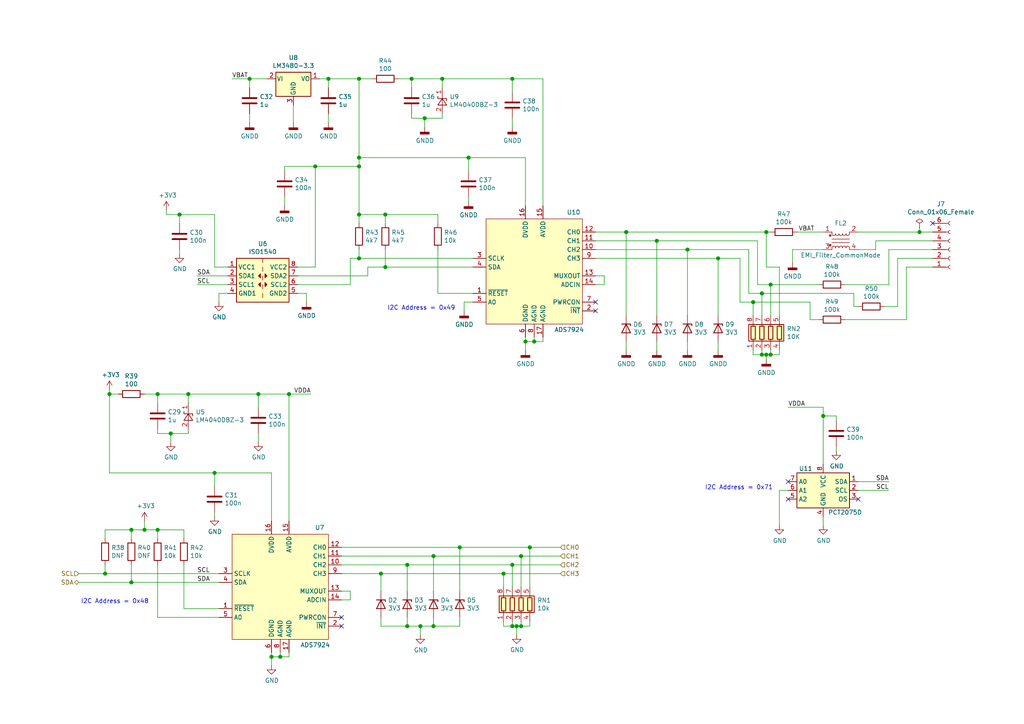
<source format=kicad_sch>
(kicad_sch (version 20201015) (generator eeschema)

  (paper "A4")

  (lib_symbols
    (symbol "Connector:Conn_01x06_Female" (pin_names (offset 1.016) hide) (in_bom yes) (on_board yes)
      (property "Reference" "J" (id 0) (at 0 7.62 0)
        (effects (font (size 1.27 1.27)))
      )
      (property "Value" "Conn_01x06_Female" (id 1) (at 0 -10.16 0)
        (effects (font (size 1.27 1.27)))
      )
      (property "Footprint" "" (id 2) (at 0 0 0)
        (effects (font (size 1.27 1.27)) hide)
      )
      (property "Datasheet" "~" (id 3) (at 0 0 0)
        (effects (font (size 1.27 1.27)) hide)
      )
      (property "ki_keywords" "connector" (id 4) (at 0 0 0)
        (effects (font (size 1.27 1.27)) hide)
      )
      (property "ki_description" "Generic connector, single row, 01x06, script generated (kicad-library-utils/schlib/autogen/connector/)" (id 5) (at 0 0 0)
        (effects (font (size 1.27 1.27)) hide)
      )
      (property "ki_fp_filters" "Connector*:*_1x??_*" (id 6) (at 0 0 0)
        (effects (font (size 1.27 1.27)) hide)
      )
      (symbol "Conn_01x06_Female_1_1"
        (arc (start 0 -7.112) (end 0 -8.128) (radius (at 0 -7.62) (length 0.508) (angles 90.1 -90.1))
          (stroke (width 0.1524)) (fill (type none))
        )
        (arc (start 0 -4.572) (end 0 -5.588) (radius (at 0 -5.08) (length 0.508) (angles 90.1 -90.1))
          (stroke (width 0.1524)) (fill (type none))
        )
        (arc (start 0 -2.032) (end 0 -3.048) (radius (at 0 -2.54) (length 0.508) (angles 90.1 -90.1))
          (stroke (width 0.1524)) (fill (type none))
        )
        (arc (start 0 0.508) (end 0 -0.508) (radius (at 0 0) (length 0.508) (angles 90.1 -90.1))
          (stroke (width 0.1524)) (fill (type none))
        )
        (arc (start 0 3.048) (end 0 2.032) (radius (at 0 2.54) (length 0.508) (angles 90.1 -90.1))
          (stroke (width 0.1524)) (fill (type none))
        )
        (arc (start 0 5.588) (end 0 4.572) (radius (at 0 5.08) (length 0.508) (angles 90.1 -90.1))
          (stroke (width 0.1524)) (fill (type none))
        )
        (polyline
          (pts
            (xy -1.27 -7.62)
            (xy -0.508 -7.62)
          )
          (stroke (width 0.1524)) (fill (type none))
        )
        (polyline
          (pts
            (xy -1.27 -5.08)
            (xy -0.508 -5.08)
          )
          (stroke (width 0.1524)) (fill (type none))
        )
        (polyline
          (pts
            (xy -1.27 -2.54)
            (xy -0.508 -2.54)
          )
          (stroke (width 0.1524)) (fill (type none))
        )
        (polyline
          (pts
            (xy -1.27 0)
            (xy -0.508 0)
          )
          (stroke (width 0.1524)) (fill (type none))
        )
        (polyline
          (pts
            (xy -1.27 2.54)
            (xy -0.508 2.54)
          )
          (stroke (width 0.1524)) (fill (type none))
        )
        (polyline
          (pts
            (xy -1.27 5.08)
            (xy -0.508 5.08)
          )
          (stroke (width 0.1524)) (fill (type none))
        )
        (pin passive line (at -5.08 5.08 0) (length 3.81)
          (name "Pin_1" (effects (font (size 1.27 1.27))))
          (number "1" (effects (font (size 1.27 1.27))))
        )
        (pin passive line (at -5.08 2.54 0) (length 3.81)
          (name "Pin_2" (effects (font (size 1.27 1.27))))
          (number "2" (effects (font (size 1.27 1.27))))
        )
        (pin passive line (at -5.08 0 0) (length 3.81)
          (name "Pin_3" (effects (font (size 1.27 1.27))))
          (number "3" (effects (font (size 1.27 1.27))))
        )
        (pin passive line (at -5.08 -2.54 0) (length 3.81)
          (name "Pin_4" (effects (font (size 1.27 1.27))))
          (number "4" (effects (font (size 1.27 1.27))))
        )
        (pin passive line (at -5.08 -5.08 0) (length 3.81)
          (name "Pin_5" (effects (font (size 1.27 1.27))))
          (number "5" (effects (font (size 1.27 1.27))))
        )
        (pin passive line (at -5.08 -7.62 0) (length 3.81)
          (name "Pin_6" (effects (font (size 1.27 1.27))))
          (number "6" (effects (font (size 1.27 1.27))))
        )
      )
    )
    (symbol "Device:C" (pin_numbers hide) (pin_names (offset 0.254)) (in_bom yes) (on_board yes)
      (property "Reference" "C" (id 0) (at 0.635 2.54 0)
        (effects (font (size 1.27 1.27)) (justify left))
      )
      (property "Value" "C" (id 1) (at 0.635 -2.54 0)
        (effects (font (size 1.27 1.27)) (justify left))
      )
      (property "Footprint" "" (id 2) (at 0.9652 -3.81 0)
        (effects (font (size 1.27 1.27)) hide)
      )
      (property "Datasheet" "~" (id 3) (at 0 0 0)
        (effects (font (size 1.27 1.27)) hide)
      )
      (property "ki_keywords" "cap capacitor" (id 4) (at 0 0 0)
        (effects (font (size 1.27 1.27)) hide)
      )
      (property "ki_description" "Unpolarized capacitor" (id 5) (at 0 0 0)
        (effects (font (size 1.27 1.27)) hide)
      )
      (property "ki_fp_filters" "C_*" (id 6) (at 0 0 0)
        (effects (font (size 1.27 1.27)) hide)
      )
      (symbol "C_0_1"
        (polyline
          (pts
            (xy -2.032 -0.762)
            (xy 2.032 -0.762)
          )
          (stroke (width 0.508)) (fill (type none))
        )
        (polyline
          (pts
            (xy -2.032 0.762)
            (xy 2.032 0.762)
          )
          (stroke (width 0.508)) (fill (type none))
        )
      )
      (symbol "C_1_1"
        (pin passive line (at 0 3.81 270) (length 2.794)
          (name "~" (effects (font (size 1.27 1.27))))
          (number "1" (effects (font (size 1.27 1.27))))
        )
        (pin passive line (at 0 -3.81 90) (length 2.794)
          (name "~" (effects (font (size 1.27 1.27))))
          (number "2" (effects (font (size 1.27 1.27))))
        )
      )
    )
    (symbol "Device:D_Zener" (pin_numbers hide) (pin_names (offset 1.016) hide) (in_bom yes) (on_board yes)
      (property "Reference" "D" (id 0) (at 0 2.54 0)
        (effects (font (size 1.27 1.27)))
      )
      (property "Value" "D_Zener" (id 1) (at 0 -2.54 0)
        (effects (font (size 1.27 1.27)))
      )
      (property "Footprint" "" (id 2) (at 0 0 0)
        (effects (font (size 1.27 1.27)) hide)
      )
      (property "Datasheet" "~" (id 3) (at 0 0 0)
        (effects (font (size 1.27 1.27)) hide)
      )
      (property "ki_keywords" "diode" (id 4) (at 0 0 0)
        (effects (font (size 1.27 1.27)) hide)
      )
      (property "ki_description" "Zener diode" (id 5) (at 0 0 0)
        (effects (font (size 1.27 1.27)) hide)
      )
      (property "ki_fp_filters" "TO-???* *_Diode_* *SingleDiode* D_*" (id 6) (at 0 0 0)
        (effects (font (size 1.27 1.27)) hide)
      )
      (symbol "D_Zener_0_1"
        (polyline
          (pts
            (xy 1.27 0)
            (xy -1.27 0)
          )
          (stroke (width 0)) (fill (type none))
        )
        (polyline
          (pts
            (xy -1.27 -1.27)
            (xy -1.27 1.27)
            (xy -0.762 1.27)
          )
          (stroke (width 0.254)) (fill (type none))
        )
        (polyline
          (pts
            (xy 1.27 -1.27)
            (xy 1.27 1.27)
            (xy -1.27 0)
            (xy 1.27 -1.27)
          )
          (stroke (width 0.254)) (fill (type none))
        )
      )
      (symbol "D_Zener_1_1"
        (pin passive line (at -3.81 0 0) (length 2.54)
          (name "K" (effects (font (size 1.27 1.27))))
          (number "1" (effects (font (size 1.27 1.27))))
        )
        (pin passive line (at 3.81 0 180) (length 2.54)
          (name "A" (effects (font (size 1.27 1.27))))
          (number "2" (effects (font (size 1.27 1.27))))
        )
      )
    )
    (symbol "Device:EMI_Filter_CommonMode" (pin_names (offset 0.254) hide) (in_bom yes) (on_board yes)
      (property "Reference" "FL" (id 0) (at 0 4.445 0)
        (effects (font (size 1.27 1.27)))
      )
      (property "Value" "EMI_Filter_CommonMode" (id 1) (at 0 -4.445 0)
        (effects (font (size 1.27 1.27)))
      )
      (property "Footprint" "" (id 2) (at 0 1.016 0)
        (effects (font (size 1.27 1.27)) hide)
      )
      (property "Datasheet" "~" (id 3) (at 0 1.016 0)
        (effects (font (size 1.27 1.27)) hide)
      )
      (property "ki_keywords" "EMI common mode filter" (id 4) (at 0 0 0)
        (effects (font (size 1.27 1.27)) hide)
      )
      (property "ki_description" "EMI 2-inductor common mode filter" (id 5) (at 0 0 0)
        (effects (font (size 1.27 1.27)) hide)
      )
      (property "ki_fp_filters" "L_* L_CommonMode*" (id 6) (at 0 0 0)
        (effects (font (size 1.27 1.27)) hide)
      )
      (symbol "EMI_Filter_CommonMode_0_1"
        (arc (start -1.524 -2.032) (end -2.54 -2.032) (radius (at -2.032 -2.032) (length 0.508) (angles 0.1 179.9))
          (stroke (width 0)) (fill (type none))
        )
        (arc (start -2.54 2.032) (end -1.524 2.032) (radius (at -2.032 2.032) (length 0.508) (angles -179.9 -0.1))
          (stroke (width 0)) (fill (type none))
        )
        (arc (start -0.508 -2.032) (end -1.524 -2.032) (radius (at -1.016 -2.032) (length 0.508) (angles 0.1 179.9))
          (stroke (width 0)) (fill (type none))
        )
        (arc (start -1.524 2.032) (end -0.508 2.032) (radius (at -1.016 2.032) (length 0.508) (angles -179.9 -0.1))
          (stroke (width 0)) (fill (type none))
        )
        (arc (start 0.508 -2.032) (end -0.508 -2.032) (radius (at 0 -2.032) (length 0.508) (angles 0.1 179.9))
          (stroke (width 0)) (fill (type none))
        )
        (arc (start -0.508 2.032) (end 0.508 2.032) (radius (at 0 2.032) (length 0.508) (angles -179.9 -0.1))
          (stroke (width 0)) (fill (type none))
        )
        (arc (start 1.524 -2.032) (end 0.508 -2.032) (radius (at 1.016 -2.032) (length 0.508) (angles 0.1 179.9))
          (stroke (width 0)) (fill (type none))
        )
        (arc (start 0.508 2.032) (end 1.524 2.032) (radius (at 1.016 2.032) (length 0.508) (angles -179.9 -0.1))
          (stroke (width 0)) (fill (type none))
        )
        (arc (start 2.54 -2.032) (end 1.524 -2.032) (radius (at 2.032 -2.032) (length 0.508) (angles 0.1 179.9))
          (stroke (width 0)) (fill (type none))
        )
        (arc (start 1.524 2.032) (end 2.54 2.032) (radius (at 2.032 2.032) (length 0.508) (angles -179.9 -0.1))
          (stroke (width 0)) (fill (type none))
        )
        (circle (center -3.048 -1.27) (radius 0.254) (stroke (width 0)) (fill (type outline)))
        (circle (center -3.048 1.524) (radius 0.254) (stroke (width 0)) (fill (type outline)))
        (polyline
          (pts
            (xy -2.54 -2.032)
            (xy -2.54 -2.54)
          )
          (stroke (width 0)) (fill (type none))
        )
        (polyline
          (pts
            (xy -2.54 0.508)
            (xy 2.54 0.508)
          )
          (stroke (width 0)) (fill (type none))
        )
        (polyline
          (pts
            (xy -2.54 2.032)
            (xy -2.54 2.54)
          )
          (stroke (width 0)) (fill (type none))
        )
        (polyline
          (pts
            (xy 2.54 -2.032)
            (xy 2.54 -2.54)
          )
          (stroke (width 0)) (fill (type none))
        )
        (polyline
          (pts
            (xy 2.54 -0.508)
            (xy -2.54 -0.508)
          )
          (stroke (width 0)) (fill (type none))
        )
        (polyline
          (pts
            (xy 2.54 2.54)
            (xy 2.54 2.032)
          )
          (stroke (width 0)) (fill (type none))
        )
      )
      (symbol "EMI_Filter_CommonMode_1_1"
        (pin passive line (at -5.08 2.54 0) (length 2.54)
          (name "1" (effects (font (size 1.27 1.27))))
          (number "1" (effects (font (size 1.27 1.27))))
        )
        (pin passive line (at 5.08 2.54 180) (length 2.54)
          (name "2" (effects (font (size 1.27 1.27))))
          (number "2" (effects (font (size 1.27 1.27))))
        )
        (pin passive line (at -5.08 -2.54 0) (length 2.54)
          (name "3" (effects (font (size 1.27 1.27))))
          (number "3" (effects (font (size 1.27 1.27))))
        )
        (pin passive line (at 5.08 -2.54 180) (length 2.54)
          (name "4" (effects (font (size 1.27 1.27))))
          (number "4" (effects (font (size 1.27 1.27))))
        )
      )
    )
    (symbol "Device:R" (pin_numbers hide) (pin_names (offset 0)) (in_bom yes) (on_board yes)
      (property "Reference" "R" (id 0) (at 2.032 0 90)
        (effects (font (size 1.27 1.27)))
      )
      (property "Value" "R" (id 1) (at 0 0 90)
        (effects (font (size 1.27 1.27)))
      )
      (property "Footprint" "" (id 2) (at -1.778 0 90)
        (effects (font (size 1.27 1.27)) hide)
      )
      (property "Datasheet" "~" (id 3) (at 0 0 0)
        (effects (font (size 1.27 1.27)) hide)
      )
      (property "ki_keywords" "R res resistor" (id 4) (at 0 0 0)
        (effects (font (size 1.27 1.27)) hide)
      )
      (property "ki_description" "Resistor" (id 5) (at 0 0 0)
        (effects (font (size 1.27 1.27)) hide)
      )
      (property "ki_fp_filters" "R_*" (id 6) (at 0 0 0)
        (effects (font (size 1.27 1.27)) hide)
      )
      (symbol "R_0_1"
        (rectangle (start -1.016 -2.54) (end 1.016 2.54)
          (stroke (width 0.254)) (fill (type none))
        )
      )
      (symbol "R_1_1"
        (pin passive line (at 0 3.81 270) (length 1.27)
          (name "~" (effects (font (size 1.27 1.27))))
          (number "1" (effects (font (size 1.27 1.27))))
        )
        (pin passive line (at 0 -3.81 90) (length 1.27)
          (name "~" (effects (font (size 1.27 1.27))))
          (number "2" (effects (font (size 1.27 1.27))))
        )
      )
    )
    (symbol "Device:R_Pack04" (pin_names (offset 0) hide) (in_bom yes) (on_board yes)
      (property "Reference" "RN" (id 0) (at -7.62 0 90)
        (effects (font (size 1.27 1.27)))
      )
      (property "Value" "R_Pack04" (id 1) (at 5.08 0 90)
        (effects (font (size 1.27 1.27)))
      )
      (property "Footprint" "" (id 2) (at 6.985 0 90)
        (effects (font (size 1.27 1.27)) hide)
      )
      (property "Datasheet" "~" (id 3) (at 0 0 0)
        (effects (font (size 1.27 1.27)) hide)
      )
      (property "ki_keywords" "R network parallel topology isolated" (id 4) (at 0 0 0)
        (effects (font (size 1.27 1.27)) hide)
      )
      (property "ki_description" "4 resistor network, parallel topology" (id 5) (at 0 0 0)
        (effects (font (size 1.27 1.27)) hide)
      )
      (property "ki_fp_filters" "DIP* SOIC* R*Array*Concave* R*Array*Convex*" (id 6) (at 0 0 0)
        (effects (font (size 1.27 1.27)) hide)
      )
      (symbol "R_Pack04_0_1"
        (rectangle (start -6.35 -2.413) (end 3.81 2.413)
          (stroke (width 0.254)) (fill (type background))
        )
        (rectangle (start -5.715 1.905) (end -4.445 -1.905)
          (stroke (width 0.254)) (fill (type none))
        )
        (rectangle (start -3.175 1.905) (end -1.905 -1.905)
          (stroke (width 0.254)) (fill (type none))
        )
        (rectangle (start -0.635 1.905) (end 0.635 -1.905)
          (stroke (width 0.254)) (fill (type none))
        )
        (rectangle (start 1.905 1.905) (end 3.175 -1.905)
          (stroke (width 0.254)) (fill (type none))
        )
        (polyline
          (pts
            (xy -5.08 -2.54)
            (xy -5.08 -1.905)
          )
          (stroke (width 0)) (fill (type none))
        )
        (polyline
          (pts
            (xy -5.08 1.905)
            (xy -5.08 2.54)
          )
          (stroke (width 0)) (fill (type none))
        )
        (polyline
          (pts
            (xy -2.54 -2.54)
            (xy -2.54 -1.905)
          )
          (stroke (width 0)) (fill (type none))
        )
        (polyline
          (pts
            (xy -2.54 1.905)
            (xy -2.54 2.54)
          )
          (stroke (width 0)) (fill (type none))
        )
        (polyline
          (pts
            (xy 0 -2.54)
            (xy 0 -1.905)
          )
          (stroke (width 0)) (fill (type none))
        )
        (polyline
          (pts
            (xy 0 1.905)
            (xy 0 2.54)
          )
          (stroke (width 0)) (fill (type none))
        )
        (polyline
          (pts
            (xy 2.54 -2.54)
            (xy 2.54 -1.905)
          )
          (stroke (width 0)) (fill (type none))
        )
        (polyline
          (pts
            (xy 2.54 1.905)
            (xy 2.54 2.54)
          )
          (stroke (width 0)) (fill (type none))
        )
      )
      (symbol "R_Pack04_1_1"
        (pin passive line (at -5.08 -5.08 90) (length 2.54)
          (name "R1.1" (effects (font (size 1.27 1.27))))
          (number "1" (effects (font (size 1.27 1.27))))
        )
        (pin passive line (at -2.54 -5.08 90) (length 2.54)
          (name "R2.1" (effects (font (size 1.27 1.27))))
          (number "2" (effects (font (size 1.27 1.27))))
        )
        (pin passive line (at 0 -5.08 90) (length 2.54)
          (name "R3.1" (effects (font (size 1.27 1.27))))
          (number "3" (effects (font (size 1.27 1.27))))
        )
        (pin passive line (at 2.54 -5.08 90) (length 2.54)
          (name "R4.1" (effects (font (size 1.27 1.27))))
          (number "4" (effects (font (size 1.27 1.27))))
        )
        (pin passive line (at 2.54 5.08 270) (length 2.54)
          (name "R4.2" (effects (font (size 1.27 1.27))))
          (number "5" (effects (font (size 1.27 1.27))))
        )
        (pin passive line (at 0 5.08 270) (length 2.54)
          (name "R3.2" (effects (font (size 1.27 1.27))))
          (number "6" (effects (font (size 1.27 1.27))))
        )
        (pin passive line (at -2.54 5.08 270) (length 2.54)
          (name "R2.2" (effects (font (size 1.27 1.27))))
          (number "7" (effects (font (size 1.27 1.27))))
        )
        (pin passive line (at -5.08 5.08 270) (length 2.54)
          (name "R1.2" (effects (font (size 1.27 1.27))))
          (number "8" (effects (font (size 1.27 1.27))))
        )
      )
    )
    (symbol "IC_WUT:ADS7924" (in_bom yes) (on_board yes)
      (property "Reference" "U" (id 0) (at 8.89 5.08 0)
        (effects (font (size 1.27 1.27)))
      )
      (property "Value" "ADS7924" (id 1) (at 12.7 -27.94 0)
        (effects (font (size 1.27 1.27)))
      )
      (property "Footprint" "Package_DFN_QFN:QFN-16-1EP_3x3mm_P0.5mm_EP1.45x1.45mm_ThermalVias" (id 2) (at 0 0 0)
        (effects (font (size 1.27 1.27)) hide)
      )
      (property "Datasheet" "" (id 3) (at 0 0 0)
        (effects (font (size 1.27 1.27)) hide)
      )
      (symbol "ADS7924_0_1"
        (rectangle (start -13.97 3.81) (end 13.97 -26.67)
          (stroke (width 0)) (fill (type background))
        )
      )
      (symbol "ADS7924_1_1"
        (pin input line (at -17.78 -17.78 0) (length 3.81)
          (name "~RESET" (effects (font (size 1.27 1.27))))
          (number "1" (effects (font (size 1.27 1.27))))
        )
        (pin output line (at 17.78 -22.86 180) (length 3.81)
          (name "~INT" (effects (font (size 1.27 1.27))))
          (number "2" (effects (font (size 1.27 1.27))))
        )
        (pin input line (at -17.78 -7.62 0) (length 3.81)
          (name "SCLK" (effects (font (size 1.27 1.27))))
          (number "3" (effects (font (size 1.27 1.27))))
        )
        (pin bidirectional line (at -17.78 -10.16 0) (length 3.81)
          (name "SDA" (effects (font (size 1.27 1.27))))
          (number "4" (effects (font (size 1.27 1.27))))
        )
        (pin passive line (at -17.78 -20.32 0) (length 3.81)
          (name "A0" (effects (font (size 1.27 1.27))))
          (number "5" (effects (font (size 1.27 1.27))))
        )
        (pin power_in line (at -2.54 -30.48 90) (length 3.81)
          (name "DGND" (effects (font (size 1.27 1.27))))
          (number "6" (effects (font (size 1.27 1.27))))
        )
        (pin output line (at 17.78 -20.32 180) (length 3.81)
          (name "PWRCON" (effects (font (size 1.27 1.27))))
          (number "7" (effects (font (size 1.27 1.27))))
        )
        (pin power_in line (at 0 -30.48 90) (length 3.81)
          (name "AGND" (effects (font (size 1.27 1.27))))
          (number "8" (effects (font (size 1.27 1.27))))
        )
        (pin input line (at 17.78 -7.62 180) (length 3.81)
          (name "CH3" (effects (font (size 1.27 1.27))))
          (number "9" (effects (font (size 1.27 1.27))))
        )
        (pin input line (at 17.78 -5.08 180) (length 3.81)
          (name "CH2" (effects (font (size 1.27 1.27))))
          (number "10" (effects (font (size 1.27 1.27))))
        )
        (pin input line (at 17.78 -2.54 180) (length 3.81)
          (name "CH1" (effects (font (size 1.27 1.27))))
          (number "11" (effects (font (size 1.27 1.27))))
        )
        (pin input line (at 17.78 0 180) (length 3.81)
          (name "CH0" (effects (font (size 1.27 1.27))))
          (number "12" (effects (font (size 1.27 1.27))))
        )
        (pin output line (at 17.78 -12.7 180) (length 3.81)
          (name "MUXOUT" (effects (font (size 1.27 1.27))))
          (number "13" (effects (font (size 1.27 1.27))))
        )
        (pin input line (at 17.78 -15.24 180) (length 3.81)
          (name "ADCIN" (effects (font (size 1.27 1.27))))
          (number "14" (effects (font (size 1.27 1.27))))
        )
        (pin power_in line (at 2.54 7.62 270) (length 3.81)
          (name "AVDD" (effects (font (size 1.27 1.27))))
          (number "15" (effects (font (size 1.27 1.27))))
        )
        (pin power_in line (at -2.54 7.62 270) (length 3.81)
          (name "DVDD" (effects (font (size 1.27 1.27))))
          (number "16" (effects (font (size 1.27 1.27))))
        )
        (pin power_in line (at 2.54 -30.48 90) (length 3.81)
          (name "AGND" (effects (font (size 1.27 1.27))))
          (number "17" (effects (font (size 1.27 1.27))))
        )
      )
    )
    (symbol "Isolator:ISO1540" (in_bom yes) (on_board yes)
      (property "Reference" "U" (id 0) (at -6.35 6.35 0)
        (effects (font (size 1.27 1.27)))
      )
      (property "Value" "ISO1540" (id 1) (at 3.81 6.35 0)
        (effects (font (size 1.27 1.27)))
      )
      (property "Footprint" "Package_SO:SOIC-8_3.9x4.9mm_P1.27mm" (id 2) (at 0 -8.89 0)
        (effects (font (size 1.27 1.27)) hide)
      )
      (property "Datasheet" "http://www.ti.com/lit/ds/symlink/iso1541.pdf" (id 3) (at 0 1.27 0)
        (effects (font (size 1.27 1.27)) hide)
      )
      (property "ki_keywords" "digital isolator i2c" (id 4) (at 0 0 0)
        (effects (font (size 1.27 1.27)) hide)
      )
      (property "ki_description" "I2C Isolator, 2.5 kVrms, Bidirectional clock and data, SOIC-8" (id 5) (at 0 0 0)
        (effects (font (size 1.27 1.27)) hide)
      )
      (property "ki_fp_filters" "SOIC*3.9x4.9mm*P1.27mm*" (id 6) (at 0 0 0)
        (effects (font (size 1.27 1.27)) hide)
      )
      (symbol "ISO1540_0_1"
        (rectangle (start -7.62 5.08) (end 7.62 -7.62)
          (stroke (width 0.254)) (fill (type background))
        )
        (rectangle (start 0 -5.08) (end 0 -6.35)
          (stroke (width 0)) (fill (type none))
        )
        (polyline
          (pts
            (xy 0 -2.54)
            (xy 0 -3.81)
          )
          (stroke (width 0)) (fill (type none))
        )
        (polyline
          (pts
            (xy 0 0)
            (xy 0 -1.27)
          )
          (stroke (width 0)) (fill (type none))
        )
        (polyline
          (pts
            (xy 0 2.54)
            (xy 0 1.27)
          )
          (stroke (width 0)) (fill (type none))
        )
        (polyline
          (pts
            (xy 0 5.08)
            (xy 0 3.81)
          )
          (stroke (width 0)) (fill (type none))
        )
        (polyline
          (pts
            (xy -0.635 0.635)
            (xy -1.27 0)
            (xy -0.635 -0.635)
            (xy -0.635 0.635)
          )
          (stroke (width 0)) (fill (type outline))
        )
        (polyline
          (pts
            (xy 0.635 -1.905)
            (xy 1.27 -2.54)
            (xy 0.635 -3.175)
            (xy 0.635 -1.905)
          )
          (stroke (width 0)) (fill (type outline))
        )
        (polyline
          (pts
            (xy 0.635 0.635)
            (xy 1.27 0)
            (xy 0.635 -0.635)
            (xy 0.635 0.635)
          )
          (stroke (width 0)) (fill (type outline))
        )
      )
      (symbol "ISO1540_1_1"
        (polyline
          (pts
            (xy -0.635 -1.905)
            (xy -1.27 -2.54)
            (xy -0.635 -3.175)
            (xy -0.635 -1.905)
          )
          (stroke (width 0)) (fill (type outline))
        )
        (pin power_in line (at -10.16 2.54 0) (length 2.54)
          (name "VCC1" (effects (font (size 1.27 1.27))))
          (number "1" (effects (font (size 1.27 1.27))))
        )
        (pin bidirectional line (at -10.16 0 0) (length 2.54)
          (name "SDA1" (effects (font (size 1.27 1.27))))
          (number "2" (effects (font (size 1.27 1.27))))
        )
        (pin bidirectional line (at -10.16 -2.54 0) (length 2.54)
          (name "SCL1" (effects (font (size 1.27 1.27))))
          (number "3" (effects (font (size 1.27 1.27))))
        )
        (pin power_in line (at -10.16 -5.08 0) (length 2.54)
          (name "GND1" (effects (font (size 1.27 1.27))))
          (number "4" (effects (font (size 1.27 1.27))))
        )
        (pin power_in line (at 10.16 -5.08 180) (length 2.54)
          (name "GND2" (effects (font (size 1.27 1.27))))
          (number "5" (effects (font (size 1.27 1.27))))
        )
        (pin bidirectional line (at 10.16 -2.54 180) (length 2.54)
          (name "SCL2" (effects (font (size 1.27 1.27))))
          (number "6" (effects (font (size 1.27 1.27))))
        )
        (pin bidirectional line (at 10.16 0 180) (length 2.54)
          (name "SDA2" (effects (font (size 1.27 1.27))))
          (number "7" (effects (font (size 1.27 1.27))))
        )
        (pin power_in line (at 10.16 2.54 180) (length 2.54)
          (name "VCC2" (effects (font (size 1.27 1.27))))
          (number "8" (effects (font (size 1.27 1.27))))
        )
      )
    )
    (symbol "Reference_Voltage:LM4040DBZ-3" (pin_names (offset 0.0254) hide) (in_bom yes) (on_board yes)
      (property "Reference" "U" (id 0) (at 0 2.54 0)
        (effects (font (size 1.27 1.27)))
      )
      (property "Value" "LM4040DBZ-3" (id 1) (at 0 -3.175 0)
        (effects (font (size 1.27 1.27)))
      )
      (property "Footprint" "Package_TO_SOT_SMD:SOT-23" (id 2) (at 0 -5.08 0)
        (effects (font (size 1.27 1.27) italic) hide)
      )
      (property "Datasheet" "http://www.ti.com/lit/ds/symlink/lm4040-n.pdf" (id 3) (at 0 0 0)
        (effects (font (size 1.27 1.27) italic) hide)
      )
      (property "ki_keywords" "diode device voltage reference shunt" (id 4) (at 0 0 0)
        (effects (font (size 1.27 1.27)) hide)
      )
      (property "ki_description" "3.000V Precision Micropower Shunt Voltage Reference, SOT-23" (id 5) (at 0 0 0)
        (effects (font (size 1.27 1.27)) hide)
      )
      (property "ki_fp_filters" "SOT?23*" (id 6) (at 0 0 0)
        (effects (font (size 1.27 1.27)) hide)
      )
      (symbol "LM4040DBZ-3_0_1"
        (polyline
          (pts
            (xy -1.27 0)
            (xy 0 0)
            (xy 1.27 0)
          )
          (stroke (width 0)) (fill (type none))
        )
        (polyline
          (pts
            (xy -1.27 -1.27)
            (xy 0.635 0)
            (xy -1.27 1.27)
            (xy -1.27 -1.27)
          )
          (stroke (width 0.2032)) (fill (type none))
        )
        (polyline
          (pts
            (xy 0 -1.27)
            (xy 0.635 -1.27)
            (xy 0.635 1.27)
            (xy 1.27 1.27)
          )
          (stroke (width 0.2032)) (fill (type none))
        )
      )
      (symbol "LM4040DBZ-3_1_1"
        (pin passive line (at 3.81 0 180) (length 2.54)
          (name "K" (effects (font (size 1.27 1.27))))
          (number "1" (effects (font (size 1.27 1.27))))
        )
        (pin passive line (at -3.81 0 0) (length 2.54)
          (name "A" (effects (font (size 1.27 1.27))))
          (number "2" (effects (font (size 1.27 1.27))))
        )
      )
    )
    (symbol "Regulator_Linear:LM3480-3.3" (pin_names (offset 0.254)) (in_bom yes) (on_board yes)
      (property "Reference" "U" (id 0) (at -3.81 3.175 0)
        (effects (font (size 1.27 1.27)))
      )
      (property "Value" "LM3480-3.3" (id 1) (at 0 3.175 0)
        (effects (font (size 1.27 1.27)) (justify left))
      )
      (property "Footprint" "Package_TO_SOT_SMD:SOT-23" (id 2) (at 0 5.715 0)
        (effects (font (size 1.27 1.27) italic) hide)
      )
      (property "Datasheet" "http://www.ti.com/lit/ds/symlink/lm3480.pdf" (id 3) (at 0 0 0)
        (effects (font (size 1.27 1.27)) hide)
      )
      (property "ki_keywords" "ldo linear fixed positive" (id 4) (at 0 0 0)
        (effects (font (size 1.27 1.27)) hide)
      )
      (property "ki_description" "100mA, Quasi Low Dropout Voltage Regulator, 3.3V positive fixed output, SOT-23 package" (id 5) (at 0 0 0)
        (effects (font (size 1.27 1.27)) hide)
      )
      (property "ki_fp_filters" "SOT?23*" (id 6) (at 0 0 0)
        (effects (font (size 1.27 1.27)) hide)
      )
      (symbol "LM3480-3.3_0_1"
        (rectangle (start -5.08 1.905) (end 5.08 -5.08)
          (stroke (width 0.254)) (fill (type background))
        )
      )
      (symbol "LM3480-3.3_1_1"
        (pin power_out line (at 7.62 0 180) (length 2.54)
          (name "VO" (effects (font (size 1.27 1.27))))
          (number "1" (effects (font (size 1.27 1.27))))
        )
        (pin power_in line (at -7.62 0 0) (length 2.54)
          (name "VI" (effects (font (size 1.27 1.27))))
          (number "2" (effects (font (size 1.27 1.27))))
        )
        (pin power_in line (at 0 -7.62 90) (length 2.54)
          (name "GND" (effects (font (size 1.27 1.27))))
          (number "3" (effects (font (size 1.27 1.27))))
        )
      )
    )
    (symbol "Sensor_Temperature:PCT2075D" (in_bom yes) (on_board yes)
      (property "Reference" "U" (id 0) (at -6.35 6.35 0)
        (effects (font (size 1.27 1.27)))
      )
      (property "Value" "PCT2075D" (id 1) (at 6.35 6.35 0)
        (effects (font (size 1.27 1.27)))
      )
      (property "Footprint" "Package_SO:SO-8_3.9x4.9mm_P1.27mm" (id 2) (at 0 0 0)
        (effects (font (size 1.27 1.27)) hide)
      )
      (property "Datasheet" "https://www.nxp.com/docs/en/data-sheet/PCT2075.pdf" (id 3) (at 0 0 0)
        (effects (font (size 1.27 1.27)) hide)
      )
      (property "ki_keywords" "temperature sensor I2C single channel" (id 4) (at 0 0 0)
        (effects (font (size 1.27 1.27)) hide)
      )
      (property "ki_description" "NXP I2C-bus Fm+ digital temperature sensor and thermal watchdog, SO-8" (id 5) (at 0 0 0)
        (effects (font (size 1.27 1.27)) hide)
      )
      (property "ki_fp_filters" "SO*3.9x4.9mm*P1.27mm*" (id 6) (at 0 0 0)
        (effects (font (size 1.27 1.27)) hide)
      )
      (symbol "PCT2075D_0_1"
        (rectangle (start -7.62 5.08) (end 7.62 -5.08)
          (stroke (width 0.254)) (fill (type background))
        )
      )
      (symbol "PCT2075D_1_1"
        (pin bidirectional line (at 10.16 2.54 180) (length 2.54)
          (name "SDA" (effects (font (size 1.27 1.27))))
          (number "1" (effects (font (size 1.27 1.27))))
        )
        (pin input line (at 10.16 0 180) (length 2.54)
          (name "SCL" (effects (font (size 1.27 1.27))))
          (number "2" (effects (font (size 1.27 1.27))))
        )
        (pin open_collector line (at 10.16 -2.54 180) (length 2.54)
          (name "OS" (effects (font (size 1.27 1.27))))
          (number "3" (effects (font (size 1.27 1.27))))
        )
        (pin power_in line (at 0 -7.62 90) (length 2.54)
          (name "GND" (effects (font (size 1.27 1.27))))
          (number "4" (effects (font (size 1.27 1.27))))
        )
        (pin input line (at -10.16 -2.54 0) (length 2.54)
          (name "A2" (effects (font (size 1.27 1.27))))
          (number "5" (effects (font (size 1.27 1.27))))
        )
        (pin input line (at -10.16 0 0) (length 2.54)
          (name "A1" (effects (font (size 1.27 1.27))))
          (number "6" (effects (font (size 1.27 1.27))))
        )
        (pin input line (at -10.16 2.54 0) (length 2.54)
          (name "A0" (effects (font (size 1.27 1.27))))
          (number "7" (effects (font (size 1.27 1.27))))
        )
        (pin power_in line (at 0 7.62 270) (length 2.54)
          (name "VCC" (effects (font (size 1.27 1.27))))
          (number "8" (effects (font (size 1.27 1.27))))
        )
      )
    )
    (symbol "power:+3.3V" (power) (pin_names (offset 0)) (in_bom yes) (on_board yes)
      (property "Reference" "#PWR" (id 0) (at 0 -3.81 0)
        (effects (font (size 1.27 1.27)) hide)
      )
      (property "Value" "+3.3V" (id 1) (at 0 3.556 0)
        (effects (font (size 1.27 1.27)))
      )
      (property "Footprint" "" (id 2) (at 0 0 0)
        (effects (font (size 1.27 1.27)) hide)
      )
      (property "Datasheet" "" (id 3) (at 0 0 0)
        (effects (font (size 1.27 1.27)) hide)
      )
      (property "ki_keywords" "power-flag" (id 4) (at 0 0 0)
        (effects (font (size 1.27 1.27)) hide)
      )
      (property "ki_description" "Power symbol creates a global label with name \"+3.3V\"" (id 5) (at 0 0 0)
        (effects (font (size 1.27 1.27)) hide)
      )
      (symbol "+3.3V_0_1"
        (polyline
          (pts
            (xy -0.762 1.27)
            (xy 0 2.54)
          )
          (stroke (width 0)) (fill (type none))
        )
        (polyline
          (pts
            (xy 0 0)
            (xy 0 2.54)
          )
          (stroke (width 0)) (fill (type none))
        )
        (polyline
          (pts
            (xy 0 2.54)
            (xy 0.762 1.27)
          )
          (stroke (width 0)) (fill (type none))
        )
      )
      (symbol "+3.3V_1_1"
        (pin power_in line (at 0 0 90) (length 0) hide
          (name "+3V3" (effects (font (size 1.27 1.27))))
          (number "1" (effects (font (size 1.27 1.27))))
        )
      )
    )
    (symbol "power:+3V3" (power) (pin_names (offset 0)) (in_bom yes) (on_board yes)
      (property "Reference" "#PWR" (id 0) (at 0 -3.81 0)
        (effects (font (size 1.27 1.27)) hide)
      )
      (property "Value" "+3V3" (id 1) (at 0 3.556 0)
        (effects (font (size 1.27 1.27)))
      )
      (property "Footprint" "" (id 2) (at 0 0 0)
        (effects (font (size 1.27 1.27)) hide)
      )
      (property "Datasheet" "" (id 3) (at 0 0 0)
        (effects (font (size 1.27 1.27)) hide)
      )
      (property "ki_keywords" "power-flag" (id 4) (at 0 0 0)
        (effects (font (size 1.27 1.27)) hide)
      )
      (property "ki_description" "Power symbol creates a global label with name \"+3V3\"" (id 5) (at 0 0 0)
        (effects (font (size 1.27 1.27)) hide)
      )
      (symbol "+3V3_0_1"
        (polyline
          (pts
            (xy -0.762 1.27)
            (xy 0 2.54)
          )
          (stroke (width 0)) (fill (type none))
        )
        (polyline
          (pts
            (xy 0 0)
            (xy 0 2.54)
          )
          (stroke (width 0)) (fill (type none))
        )
        (polyline
          (pts
            (xy 0 2.54)
            (xy 0.762 1.27)
          )
          (stroke (width 0)) (fill (type none))
        )
      )
      (symbol "+3V3_1_1"
        (pin power_in line (at 0 0 90) (length 0) hide
          (name "+3V3" (effects (font (size 1.27 1.27))))
          (number "1" (effects (font (size 1.27 1.27))))
        )
      )
    )
    (symbol "power:GND" (power) (pin_names (offset 0)) (in_bom yes) (on_board yes)
      (property "Reference" "#PWR" (id 0) (at 0 -6.35 0)
        (effects (font (size 1.27 1.27)) hide)
      )
      (property "Value" "GND" (id 1) (at 0 -3.81 0)
        (effects (font (size 1.27 1.27)))
      )
      (property "Footprint" "" (id 2) (at 0 0 0)
        (effects (font (size 1.27 1.27)) hide)
      )
      (property "Datasheet" "" (id 3) (at 0 0 0)
        (effects (font (size 1.27 1.27)) hide)
      )
      (property "ki_keywords" "power-flag" (id 4) (at 0 0 0)
        (effects (font (size 1.27 1.27)) hide)
      )
      (property "ki_description" "Power symbol creates a global label with name \"GND\" , ground" (id 5) (at 0 0 0)
        (effects (font (size 1.27 1.27)) hide)
      )
      (symbol "GND_0_1"
        (polyline
          (pts
            (xy 0 0)
            (xy 0 -1.27)
            (xy 1.27 -1.27)
            (xy 0 -2.54)
            (xy -1.27 -1.27)
            (xy 0 -1.27)
          )
          (stroke (width 0)) (fill (type none))
        )
      )
      (symbol "GND_1_1"
        (pin power_in line (at 0 0 270) (length 0) hide
          (name "GND" (effects (font (size 1.27 1.27))))
          (number "1" (effects (font (size 1.27 1.27))))
        )
      )
    )
    (symbol "power:GNDD" (power) (pin_names (offset 0)) (in_bom yes) (on_board yes)
      (property "Reference" "#PWR" (id 0) (at 0 -6.35 0)
        (effects (font (size 1.27 1.27)) hide)
      )
      (property "Value" "GNDD" (id 1) (at 0 -3.175 0)
        (effects (font (size 1.27 1.27)))
      )
      (property "Footprint" "" (id 2) (at 0 0 0)
        (effects (font (size 1.27 1.27)) hide)
      )
      (property "Datasheet" "" (id 3) (at 0 0 0)
        (effects (font (size 1.27 1.27)) hide)
      )
      (property "ki_keywords" "power-flag" (id 4) (at 0 0 0)
        (effects (font (size 1.27 1.27)) hide)
      )
      (property "ki_description" "Power symbol creates a global label with name \"GNDD\" , digital ground" (id 5) (at 0 0 0)
        (effects (font (size 1.27 1.27)) hide)
      )
      (symbol "GNDD_0_1"
        (rectangle (start -1.27 -1.524) (end 1.27 -2.032)
          (stroke (width 0.254)) (fill (type outline))
        )
        (polyline
          (pts
            (xy 0 0)
            (xy 0 -1.524)
          )
          (stroke (width 0)) (fill (type none))
        )
      )
      (symbol "GNDD_1_1"
        (pin power_in line (at 0 0 270) (length 0) hide
          (name "GNDD" (effects (font (size 1.27 1.27))))
          (number "1" (effects (font (size 1.27 1.27))))
        )
      )
    )
    (symbol "power:PWR_FLAG" (power) (pin_numbers hide) (pin_names (offset 0) hide) (in_bom yes) (on_board yes)
      (property "Reference" "#FLG" (id 0) (at 0 1.905 0)
        (effects (font (size 1.27 1.27)) hide)
      )
      (property "Value" "PWR_FLAG" (id 1) (at 0 3.81 0)
        (effects (font (size 1.27 1.27)))
      )
      (property "Footprint" "" (id 2) (at 0 0 0)
        (effects (font (size 1.27 1.27)) hide)
      )
      (property "Datasheet" "~" (id 3) (at 0 0 0)
        (effects (font (size 1.27 1.27)) hide)
      )
      (property "ki_keywords" "power-flag" (id 4) (at 0 0 0)
        (effects (font (size 1.27 1.27)) hide)
      )
      (property "ki_description" "Special symbol for telling ERC where power comes from" (id 5) (at 0 0 0)
        (effects (font (size 1.27 1.27)) hide)
      )
      (symbol "PWR_FLAG_0_0"
        (pin power_out line (at 0 0 90) (length 0)
          (name "pwr" (effects (font (size 1.27 1.27))))
          (number "1" (effects (font (size 1.27 1.27))))
        )
      )
      (symbol "PWR_FLAG_0_1"
        (polyline
          (pts
            (xy 0 0)
            (xy 0 1.27)
            (xy -1.016 1.905)
            (xy 0 2.54)
            (xy 1.016 1.905)
            (xy 0 1.27)
          )
          (stroke (width 0)) (fill (type none))
        )
      )
    )
  )

  (junction (at 30.48 166.37) (diameter 1.016) (color 0 0 0 0))
  (junction (at 31.75 114.3) (diameter 1.016) (color 0 0 0 0))
  (junction (at 38.1 153.67) (diameter 1.016) (color 0 0 0 0))
  (junction (at 38.1 168.91) (diameter 1.016) (color 0 0 0 0))
  (junction (at 41.91 153.67) (diameter 1.016) (color 0 0 0 0))
  (junction (at 45.72 114.3) (diameter 1.016) (color 0 0 0 0))
  (junction (at 45.72 153.67) (diameter 1.016) (color 0 0 0 0))
  (junction (at 49.53 125.73) (diameter 1.016) (color 0 0 0 0))
  (junction (at 52.07 62.23) (diameter 1.016) (color 0 0 0 0))
  (junction (at 54.61 114.3) (diameter 1.016) (color 0 0 0 0))
  (junction (at 62.23 137.16) (diameter 1.016) (color 0 0 0 0))
  (junction (at 72.39 22.86) (diameter 1.016) (color 0 0 0 0))
  (junction (at 74.93 114.3) (diameter 1.016) (color 0 0 0 0))
  (junction (at 78.74 190.5) (diameter 1.016) (color 0 0 0 0))
  (junction (at 81.28 190.5) (diameter 1.016) (color 0 0 0 0))
  (junction (at 83.82 114.3) (diameter 1.016) (color 0 0 0 0))
  (junction (at 91.44 48.26) (diameter 1.016) (color 0 0 0 0))
  (junction (at 95.25 22.86) (diameter 1.016) (color 0 0 0 0))
  (junction (at 104.14 22.86) (diameter 1.016) (color 0 0 0 0))
  (junction (at 104.14 45.72) (diameter 1.016) (color 0 0 0 0))
  (junction (at 104.14 48.26) (diameter 1.016) (color 0 0 0 0))
  (junction (at 104.14 62.23) (diameter 1.016) (color 0 0 0 0))
  (junction (at 104.14 74.93) (diameter 1.016) (color 0 0 0 0))
  (junction (at 110.49 166.37) (diameter 1.016) (color 0 0 0 0))
  (junction (at 111.76 62.23) (diameter 1.016) (color 0 0 0 0))
  (junction (at 111.76 77.47) (diameter 1.016) (color 0 0 0 0))
  (junction (at 118.11 163.83) (diameter 1.016) (color 0 0 0 0))
  (junction (at 118.11 181.61) (diameter 1.016) (color 0 0 0 0))
  (junction (at 119.38 22.86) (diameter 1.016) (color 0 0 0 0))
  (junction (at 121.92 181.61) (diameter 1.016) (color 0 0 0 0))
  (junction (at 123.19 34.29) (diameter 1.016) (color 0 0 0 0))
  (junction (at 125.73 161.29) (diameter 1.016) (color 0 0 0 0))
  (junction (at 125.73 181.61) (diameter 1.016) (color 0 0 0 0))
  (junction (at 128.27 22.86) (diameter 1.016) (color 0 0 0 0))
  (junction (at 133.35 158.75) (diameter 1.016) (color 0 0 0 0))
  (junction (at 135.89 45.72) (diameter 1.016) (color 0 0 0 0))
  (junction (at 146.05 166.37) (diameter 1.016) (color 0 0 0 0))
  (junction (at 148.59 22.86) (diameter 1.016) (color 0 0 0 0))
  (junction (at 148.59 163.83) (diameter 1.016) (color 0 0 0 0))
  (junction (at 148.59 181.61) (diameter 1.016) (color 0 0 0 0))
  (junction (at 149.86 181.61) (diameter 1.016) (color 0 0 0 0))
  (junction (at 151.13 161.29) (diameter 1.016) (color 0 0 0 0))
  (junction (at 151.13 181.61) (diameter 1.016) (color 0 0 0 0))
  (junction (at 152.4 99.06) (diameter 1.016) (color 0 0 0 0))
  (junction (at 153.67 158.75) (diameter 1.016) (color 0 0 0 0))
  (junction (at 154.94 99.06) (diameter 1.016) (color 0 0 0 0))
  (junction (at 181.61 67.31) (diameter 1.016) (color 0 0 0 0))
  (junction (at 190.5 69.85) (diameter 1.016) (color 0 0 0 0))
  (junction (at 199.39 72.39) (diameter 1.016) (color 0 0 0 0))
  (junction (at 208.28 74.93) (diameter 1.016) (color 0 0 0 0))
  (junction (at 218.44 87.63) (diameter 1.016) (color 0 0 0 0))
  (junction (at 220.98 85.09) (diameter 1.016) (color 0 0 0 0))
  (junction (at 220.98 102.87) (diameter 1.016) (color 0 0 0 0))
  (junction (at 222.25 67.31) (diameter 1.016) (color 0 0 0 0))
  (junction (at 222.25 102.87) (diameter 1.016) (color 0 0 0 0))
  (junction (at 223.52 82.55) (diameter 1.016) (color 0 0 0 0))
  (junction (at 223.52 102.87) (diameter 1.016) (color 0 0 0 0))
  (junction (at 238.76 120.65) (diameter 1.016) (color 0 0 0 0))
  (junction (at 266.7 67.31) (diameter 1.016) (color 0 0 0 0))

  (no_connect (at 99.06 179.07))
  (no_connect (at 99.06 181.61))
  (no_connect (at 172.72 87.63))
  (no_connect (at 172.72 90.17))
  (no_connect (at 228.6 139.7))
  (no_connect (at 228.6 144.78))
  (no_connect (at 248.92 144.78))
  (no_connect (at 270.51 64.77))

  (wire (pts (xy 22.86 166.37) (xy 30.48 166.37))
    (stroke (width 0) (type solid) (color 0 0 0 0))
  )
  (wire (pts (xy 22.86 168.91) (xy 38.1 168.91))
    (stroke (width 0) (type solid) (color 0 0 0 0))
  )
  (wire (pts (xy 30.48 153.67) (xy 38.1 153.67))
    (stroke (width 0) (type solid) (color 0 0 0 0))
  )
  (wire (pts (xy 30.48 156.21) (xy 30.48 153.67))
    (stroke (width 0) (type solid) (color 0 0 0 0))
  )
  (wire (pts (xy 30.48 163.83) (xy 30.48 166.37))
    (stroke (width 0) (type solid) (color 0 0 0 0))
  )
  (wire (pts (xy 30.48 166.37) (xy 63.5 166.37))
    (stroke (width 0) (type solid) (color 0 0 0 0))
  )
  (wire (pts (xy 31.75 113.03) (xy 31.75 114.3))
    (stroke (width 0) (type solid) (color 0 0 0 0))
  )
  (wire (pts (xy 31.75 114.3) (xy 34.29 114.3))
    (stroke (width 0) (type solid) (color 0 0 0 0))
  )
  (wire (pts (xy 31.75 137.16) (xy 31.75 114.3))
    (stroke (width 0) (type solid) (color 0 0 0 0))
  )
  (wire (pts (xy 31.75 137.16) (xy 62.23 137.16))
    (stroke (width 0) (type solid) (color 0 0 0 0))
  )
  (wire (pts (xy 38.1 153.67) (xy 41.91 153.67))
    (stroke (width 0) (type solid) (color 0 0 0 0))
  )
  (wire (pts (xy 38.1 156.21) (xy 38.1 153.67))
    (stroke (width 0) (type solid) (color 0 0 0 0))
  )
  (wire (pts (xy 38.1 163.83) (xy 38.1 168.91))
    (stroke (width 0) (type solid) (color 0 0 0 0))
  )
  (wire (pts (xy 38.1 168.91) (xy 63.5 168.91))
    (stroke (width 0) (type solid) (color 0 0 0 0))
  )
  (wire (pts (xy 41.91 114.3) (xy 45.72 114.3))
    (stroke (width 0) (type solid) (color 0 0 0 0))
  )
  (wire (pts (xy 41.91 151.13) (xy 41.91 153.67))
    (stroke (width 0) (type solid) (color 0 0 0 0))
  )
  (wire (pts (xy 41.91 153.67) (xy 45.72 153.67))
    (stroke (width 0) (type solid) (color 0 0 0 0))
  )
  (wire (pts (xy 45.72 114.3) (xy 45.72 116.84))
    (stroke (width 0) (type solid) (color 0 0 0 0))
  )
  (wire (pts (xy 45.72 114.3) (xy 54.61 114.3))
    (stroke (width 0) (type solid) (color 0 0 0 0))
  )
  (wire (pts (xy 45.72 124.46) (xy 45.72 125.73))
    (stroke (width 0) (type solid) (color 0 0 0 0))
  )
  (wire (pts (xy 45.72 125.73) (xy 49.53 125.73))
    (stroke (width 0) (type solid) (color 0 0 0 0))
  )
  (wire (pts (xy 45.72 153.67) (xy 45.72 156.21))
    (stroke (width 0) (type solid) (color 0 0 0 0))
  )
  (wire (pts (xy 45.72 153.67) (xy 53.34 153.67))
    (stroke (width 0) (type solid) (color 0 0 0 0))
  )
  (wire (pts (xy 45.72 179.07) (xy 45.72 163.83))
    (stroke (width 0) (type solid) (color 0 0 0 0))
  )
  (wire (pts (xy 48.26 60.96) (xy 48.26 62.23))
    (stroke (width 0) (type solid) (color 0 0 0 0))
  )
  (wire (pts (xy 48.26 62.23) (xy 52.07 62.23))
    (stroke (width 0) (type solid) (color 0 0 0 0))
  )
  (wire (pts (xy 49.53 125.73) (xy 49.53 128.27))
    (stroke (width 0) (type solid) (color 0 0 0 0))
  )
  (wire (pts (xy 49.53 125.73) (xy 54.61 125.73))
    (stroke (width 0) (type solid) (color 0 0 0 0))
  )
  (wire (pts (xy 52.07 62.23) (xy 52.07 64.77))
    (stroke (width 0) (type solid) (color 0 0 0 0))
  )
  (wire (pts (xy 52.07 62.23) (xy 62.23 62.23))
    (stroke (width 0) (type solid) (color 0 0 0 0))
  )
  (wire (pts (xy 52.07 72.39) (xy 52.07 73.66))
    (stroke (width 0) (type solid) (color 0 0 0 0))
  )
  (wire (pts (xy 53.34 153.67) (xy 53.34 156.21))
    (stroke (width 0) (type solid) (color 0 0 0 0))
  )
  (wire (pts (xy 53.34 163.83) (xy 53.34 176.53))
    (stroke (width 0) (type solid) (color 0 0 0 0))
  )
  (wire (pts (xy 53.34 176.53) (xy 63.5 176.53))
    (stroke (width 0) (type solid) (color 0 0 0 0))
  )
  (wire (pts (xy 54.61 114.3) (xy 54.61 116.84))
    (stroke (width 0) (type solid) (color 0 0 0 0))
  )
  (wire (pts (xy 54.61 114.3) (xy 74.93 114.3))
    (stroke (width 0) (type solid) (color 0 0 0 0))
  )
  (wire (pts (xy 54.61 124.46) (xy 54.61 125.73))
    (stroke (width 0) (type solid) (color 0 0 0 0))
  )
  (wire (pts (xy 57.15 80.01) (xy 66.04 80.01))
    (stroke (width 0) (type solid) (color 0 0 0 0))
  )
  (wire (pts (xy 57.15 82.55) (xy 66.04 82.55))
    (stroke (width 0) (type solid) (color 0 0 0 0))
  )
  (wire (pts (xy 62.23 62.23) (xy 62.23 77.47))
    (stroke (width 0) (type solid) (color 0 0 0 0))
  )
  (wire (pts (xy 62.23 77.47) (xy 66.04 77.47))
    (stroke (width 0) (type solid) (color 0 0 0 0))
  )
  (wire (pts (xy 62.23 137.16) (xy 62.23 140.97))
    (stroke (width 0) (type solid) (color 0 0 0 0))
  )
  (wire (pts (xy 62.23 148.59) (xy 62.23 149.86))
    (stroke (width 0) (type solid) (color 0 0 0 0))
  )
  (wire (pts (xy 63.5 85.09) (xy 63.5 87.63))
    (stroke (width 0) (type solid) (color 0 0 0 0))
  )
  (wire (pts (xy 63.5 179.07) (xy 45.72 179.07))
    (stroke (width 0) (type solid) (color 0 0 0 0))
  )
  (wire (pts (xy 66.04 85.09) (xy 63.5 85.09))
    (stroke (width 0) (type solid) (color 0 0 0 0))
  )
  (wire (pts (xy 67.31 22.86) (xy 72.39 22.86))
    (stroke (width 0) (type solid) (color 0 0 0 0))
  )
  (wire (pts (xy 72.39 22.86) (xy 72.39 25.4))
    (stroke (width 0) (type solid) (color 0 0 0 0))
  )
  (wire (pts (xy 72.39 22.86) (xy 77.47 22.86))
    (stroke (width 0) (type solid) (color 0 0 0 0))
  )
  (wire (pts (xy 72.39 33.02) (xy 72.39 35.56))
    (stroke (width 0) (type solid) (color 0 0 0 0))
  )
  (wire (pts (xy 74.93 114.3) (xy 74.93 118.11))
    (stroke (width 0) (type solid) (color 0 0 0 0))
  )
  (wire (pts (xy 74.93 114.3) (xy 83.82 114.3))
    (stroke (width 0) (type solid) (color 0 0 0 0))
  )
  (wire (pts (xy 74.93 125.73) (xy 74.93 128.27))
    (stroke (width 0) (type solid) (color 0 0 0 0))
  )
  (wire (pts (xy 78.74 137.16) (xy 62.23 137.16))
    (stroke (width 0) (type solid) (color 0 0 0 0))
  )
  (wire (pts (xy 78.74 151.13) (xy 78.74 137.16))
    (stroke (width 0) (type solid) (color 0 0 0 0))
  )
  (wire (pts (xy 78.74 189.23) (xy 78.74 190.5))
    (stroke (width 0) (type solid) (color 0 0 0 0))
  )
  (wire (pts (xy 78.74 190.5) (xy 78.74 193.04))
    (stroke (width 0) (type solid) (color 0 0 0 0))
  )
  (wire (pts (xy 78.74 190.5) (xy 81.28 190.5))
    (stroke (width 0) (type solid) (color 0 0 0 0))
  )
  (wire (pts (xy 81.28 189.23) (xy 81.28 190.5))
    (stroke (width 0) (type solid) (color 0 0 0 0))
  )
  (wire (pts (xy 81.28 190.5) (xy 83.82 190.5))
    (stroke (width 0) (type solid) (color 0 0 0 0))
  )
  (wire (pts (xy 82.55 48.26) (xy 82.55 49.53))
    (stroke (width 0) (type solid) (color 0 0 0 0))
  )
  (wire (pts (xy 82.55 48.26) (xy 91.44 48.26))
    (stroke (width 0) (type solid) (color 0 0 0 0))
  )
  (wire (pts (xy 82.55 57.15) (xy 82.55 59.69))
    (stroke (width 0) (type solid) (color 0 0 0 0))
  )
  (wire (pts (xy 83.82 114.3) (xy 83.82 151.13))
    (stroke (width 0) (type solid) (color 0 0 0 0))
  )
  (wire (pts (xy 83.82 114.3) (xy 90.17 114.3))
    (stroke (width 0) (type solid) (color 0 0 0 0))
  )
  (wire (pts (xy 83.82 189.23) (xy 83.82 190.5))
    (stroke (width 0) (type solid) (color 0 0 0 0))
  )
  (wire (pts (xy 85.09 30.48) (xy 85.09 35.56))
    (stroke (width 0) (type solid) (color 0 0 0 0))
  )
  (wire (pts (xy 86.36 77.47) (xy 91.44 77.47))
    (stroke (width 0) (type solid) (color 0 0 0 0))
  )
  (wire (pts (xy 86.36 80.01) (xy 106.68 80.01))
    (stroke (width 0) (type solid) (color 0 0 0 0))
  )
  (wire (pts (xy 86.36 82.55) (xy 101.6 82.55))
    (stroke (width 0) (type solid) (color 0 0 0 0))
  )
  (wire (pts (xy 86.36 85.09) (xy 88.9 85.09))
    (stroke (width 0) (type solid) (color 0 0 0 0))
  )
  (wire (pts (xy 88.9 85.09) (xy 88.9 87.63))
    (stroke (width 0) (type solid) (color 0 0 0 0))
  )
  (wire (pts (xy 91.44 48.26) (xy 104.14 48.26))
    (stroke (width 0) (type solid) (color 0 0 0 0))
  )
  (wire (pts (xy 91.44 77.47) (xy 91.44 48.26))
    (stroke (width 0) (type solid) (color 0 0 0 0))
  )
  (wire (pts (xy 92.71 22.86) (xy 95.25 22.86))
    (stroke (width 0) (type solid) (color 0 0 0 0))
  )
  (wire (pts (xy 95.25 22.86) (xy 95.25 25.4))
    (stroke (width 0) (type solid) (color 0 0 0 0))
  )
  (wire (pts (xy 95.25 22.86) (xy 104.14 22.86))
    (stroke (width 0) (type solid) (color 0 0 0 0))
  )
  (wire (pts (xy 95.25 33.02) (xy 95.25 35.56))
    (stroke (width 0) (type solid) (color 0 0 0 0))
  )
  (wire (pts (xy 99.06 158.75) (xy 133.35 158.75))
    (stroke (width 0) (type solid) (color 0 0 0 0))
  )
  (wire (pts (xy 99.06 161.29) (xy 125.73 161.29))
    (stroke (width 0) (type solid) (color 0 0 0 0))
  )
  (wire (pts (xy 99.06 163.83) (xy 118.11 163.83))
    (stroke (width 0) (type solid) (color 0 0 0 0))
  )
  (wire (pts (xy 99.06 166.37) (xy 110.49 166.37))
    (stroke (width 0) (type solid) (color 0 0 0 0))
  )
  (wire (pts (xy 99.06 171.45) (xy 101.6 171.45))
    (stroke (width 0) (type solid) (color 0 0 0 0))
  )
  (wire (pts (xy 101.6 74.93) (xy 101.6 82.55))
    (stroke (width 0) (type solid) (color 0 0 0 0))
  )
  (wire (pts (xy 101.6 74.93) (xy 104.14 74.93))
    (stroke (width 0) (type solid) (color 0 0 0 0))
  )
  (wire (pts (xy 101.6 171.45) (xy 101.6 173.99))
    (stroke (width 0) (type solid) (color 0 0 0 0))
  )
  (wire (pts (xy 101.6 173.99) (xy 99.06 173.99))
    (stroke (width 0) (type solid) (color 0 0 0 0))
  )
  (wire (pts (xy 104.14 22.86) (xy 107.95 22.86))
    (stroke (width 0) (type solid) (color 0 0 0 0))
  )
  (wire (pts (xy 104.14 45.72) (xy 104.14 22.86))
    (stroke (width 0) (type solid) (color 0 0 0 0))
  )
  (wire (pts (xy 104.14 45.72) (xy 135.89 45.72))
    (stroke (width 0) (type solid) (color 0 0 0 0))
  )
  (wire (pts (xy 104.14 48.26) (xy 104.14 45.72))
    (stroke (width 0) (type solid) (color 0 0 0 0))
  )
  (wire (pts (xy 104.14 62.23) (xy 104.14 48.26))
    (stroke (width 0) (type solid) (color 0 0 0 0))
  )
  (wire (pts (xy 104.14 62.23) (xy 111.76 62.23))
    (stroke (width 0) (type solid) (color 0 0 0 0))
  )
  (wire (pts (xy 104.14 64.77) (xy 104.14 62.23))
    (stroke (width 0) (type solid) (color 0 0 0 0))
  )
  (wire (pts (xy 104.14 72.39) (xy 104.14 74.93))
    (stroke (width 0) (type solid) (color 0 0 0 0))
  )
  (wire (pts (xy 104.14 74.93) (xy 137.16 74.93))
    (stroke (width 0) (type solid) (color 0 0 0 0))
  )
  (wire (pts (xy 106.68 77.47) (xy 111.76 77.47))
    (stroke (width 0) (type solid) (color 0 0 0 0))
  )
  (wire (pts (xy 106.68 80.01) (xy 106.68 77.47))
    (stroke (width 0) (type solid) (color 0 0 0 0))
  )
  (wire (pts (xy 110.49 166.37) (xy 110.49 171.45))
    (stroke (width 0) (type solid) (color 0 0 0 0))
  )
  (wire (pts (xy 110.49 166.37) (xy 146.05 166.37))
    (stroke (width 0) (type solid) (color 0 0 0 0))
  )
  (wire (pts (xy 110.49 179.07) (xy 110.49 181.61))
    (stroke (width 0) (type solid) (color 0 0 0 0))
  )
  (wire (pts (xy 110.49 181.61) (xy 118.11 181.61))
    (stroke (width 0) (type solid) (color 0 0 0 0))
  )
  (wire (pts (xy 111.76 62.23) (xy 127 62.23))
    (stroke (width 0) (type solid) (color 0 0 0 0))
  )
  (wire (pts (xy 111.76 64.77) (xy 111.76 62.23))
    (stroke (width 0) (type solid) (color 0 0 0 0))
  )
  (wire (pts (xy 111.76 72.39) (xy 111.76 77.47))
    (stroke (width 0) (type solid) (color 0 0 0 0))
  )
  (wire (pts (xy 111.76 77.47) (xy 137.16 77.47))
    (stroke (width 0) (type solid) (color 0 0 0 0))
  )
  (wire (pts (xy 115.57 22.86) (xy 119.38 22.86))
    (stroke (width 0) (type solid) (color 0 0 0 0))
  )
  (wire (pts (xy 118.11 163.83) (xy 148.59 163.83))
    (stroke (width 0) (type solid) (color 0 0 0 0))
  )
  (wire (pts (xy 118.11 171.45) (xy 118.11 163.83))
    (stroke (width 0) (type solid) (color 0 0 0 0))
  )
  (wire (pts (xy 118.11 179.07) (xy 118.11 181.61))
    (stroke (width 0) (type solid) (color 0 0 0 0))
  )
  (wire (pts (xy 118.11 181.61) (xy 121.92 181.61))
    (stroke (width 0) (type solid) (color 0 0 0 0))
  )
  (wire (pts (xy 119.38 22.86) (xy 119.38 25.4))
    (stroke (width 0) (type solid) (color 0 0 0 0))
  )
  (wire (pts (xy 119.38 22.86) (xy 128.27 22.86))
    (stroke (width 0) (type solid) (color 0 0 0 0))
  )
  (wire (pts (xy 119.38 33.02) (xy 119.38 34.29))
    (stroke (width 0) (type solid) (color 0 0 0 0))
  )
  (wire (pts (xy 119.38 34.29) (xy 123.19 34.29))
    (stroke (width 0) (type solid) (color 0 0 0 0))
  )
  (wire (pts (xy 121.92 181.61) (xy 121.92 184.15))
    (stroke (width 0) (type solid) (color 0 0 0 0))
  )
  (wire (pts (xy 121.92 181.61) (xy 125.73 181.61))
    (stroke (width 0) (type solid) (color 0 0 0 0))
  )
  (wire (pts (xy 123.19 34.29) (xy 123.19 36.83))
    (stroke (width 0) (type solid) (color 0 0 0 0))
  )
  (wire (pts (xy 123.19 34.29) (xy 128.27 34.29))
    (stroke (width 0) (type solid) (color 0 0 0 0))
  )
  (wire (pts (xy 125.73 161.29) (xy 125.73 171.45))
    (stroke (width 0) (type solid) (color 0 0 0 0))
  )
  (wire (pts (xy 125.73 161.29) (xy 151.13 161.29))
    (stroke (width 0) (type solid) (color 0 0 0 0))
  )
  (wire (pts (xy 125.73 179.07) (xy 125.73 181.61))
    (stroke (width 0) (type solid) (color 0 0 0 0))
  )
  (wire (pts (xy 125.73 181.61) (xy 133.35 181.61))
    (stroke (width 0) (type solid) (color 0 0 0 0))
  )
  (wire (pts (xy 127 62.23) (xy 127 64.77))
    (stroke (width 0) (type solid) (color 0 0 0 0))
  )
  (wire (pts (xy 127 72.39) (xy 127 85.09))
    (stroke (width 0) (type solid) (color 0 0 0 0))
  )
  (wire (pts (xy 127 85.09) (xy 137.16 85.09))
    (stroke (width 0) (type solid) (color 0 0 0 0))
  )
  (wire (pts (xy 128.27 22.86) (xy 128.27 25.4))
    (stroke (width 0) (type solid) (color 0 0 0 0))
  )
  (wire (pts (xy 128.27 22.86) (xy 148.59 22.86))
    (stroke (width 0) (type solid) (color 0 0 0 0))
  )
  (wire (pts (xy 128.27 33.02) (xy 128.27 34.29))
    (stroke (width 0) (type solid) (color 0 0 0 0))
  )
  (wire (pts (xy 133.35 158.75) (xy 133.35 171.45))
    (stroke (width 0) (type solid) (color 0 0 0 0))
  )
  (wire (pts (xy 133.35 158.75) (xy 153.67 158.75))
    (stroke (width 0) (type solid) (color 0 0 0 0))
  )
  (wire (pts (xy 133.35 179.07) (xy 133.35 181.61))
    (stroke (width 0) (type solid) (color 0 0 0 0))
  )
  (wire (pts (xy 134.62 87.63) (xy 134.62 90.17))
    (stroke (width 0) (type solid) (color 0 0 0 0))
  )
  (wire (pts (xy 135.89 45.72) (xy 135.89 49.53))
    (stroke (width 0) (type solid) (color 0 0 0 0))
  )
  (wire (pts (xy 135.89 57.15) (xy 135.89 58.42))
    (stroke (width 0) (type solid) (color 0 0 0 0))
  )
  (wire (pts (xy 137.16 87.63) (xy 134.62 87.63))
    (stroke (width 0) (type solid) (color 0 0 0 0))
  )
  (wire (pts (xy 146.05 166.37) (xy 146.05 170.18))
    (stroke (width 0) (type solid) (color 0 0 0 0))
  )
  (wire (pts (xy 146.05 166.37) (xy 162.56 166.37))
    (stroke (width 0) (type solid) (color 0 0 0 0))
  )
  (wire (pts (xy 146.05 180.34) (xy 146.05 181.61))
    (stroke (width 0) (type solid) (color 0 0 0 0))
  )
  (wire (pts (xy 146.05 181.61) (xy 148.59 181.61))
    (stroke (width 0) (type solid) (color 0 0 0 0))
  )
  (wire (pts (xy 148.59 22.86) (xy 148.59 26.67))
    (stroke (width 0) (type solid) (color 0 0 0 0))
  )
  (wire (pts (xy 148.59 22.86) (xy 157.48 22.86))
    (stroke (width 0) (type solid) (color 0 0 0 0))
  )
  (wire (pts (xy 148.59 34.29) (xy 148.59 36.83))
    (stroke (width 0) (type solid) (color 0 0 0 0))
  )
  (wire (pts (xy 148.59 163.83) (xy 148.59 170.18))
    (stroke (width 0) (type solid) (color 0 0 0 0))
  )
  (wire (pts (xy 148.59 163.83) (xy 162.56 163.83))
    (stroke (width 0) (type solid) (color 0 0 0 0))
  )
  (wire (pts (xy 148.59 180.34) (xy 148.59 181.61))
    (stroke (width 0) (type solid) (color 0 0 0 0))
  )
  (wire (pts (xy 148.59 181.61) (xy 149.86 181.61))
    (stroke (width 0) (type solid) (color 0 0 0 0))
  )
  (wire (pts (xy 149.86 181.61) (xy 149.86 184.15))
    (stroke (width 0) (type solid) (color 0 0 0 0))
  )
  (wire (pts (xy 149.86 181.61) (xy 151.13 181.61))
    (stroke (width 0) (type solid) (color 0 0 0 0))
  )
  (wire (pts (xy 151.13 161.29) (xy 151.13 170.18))
    (stroke (width 0) (type solid) (color 0 0 0 0))
  )
  (wire (pts (xy 151.13 161.29) (xy 162.56 161.29))
    (stroke (width 0) (type solid) (color 0 0 0 0))
  )
  (wire (pts (xy 151.13 180.34) (xy 151.13 181.61))
    (stroke (width 0) (type solid) (color 0 0 0 0))
  )
  (wire (pts (xy 151.13 181.61) (xy 153.67 181.61))
    (stroke (width 0) (type solid) (color 0 0 0 0))
  )
  (wire (pts (xy 152.4 45.72) (xy 135.89 45.72))
    (stroke (width 0) (type solid) (color 0 0 0 0))
  )
  (wire (pts (xy 152.4 59.69) (xy 152.4 45.72))
    (stroke (width 0) (type solid) (color 0 0 0 0))
  )
  (wire (pts (xy 152.4 97.79) (xy 152.4 99.06))
    (stroke (width 0) (type solid) (color 0 0 0 0))
  )
  (wire (pts (xy 152.4 99.06) (xy 152.4 101.6))
    (stroke (width 0) (type solid) (color 0 0 0 0))
  )
  (wire (pts (xy 152.4 99.06) (xy 154.94 99.06))
    (stroke (width 0) (type solid) (color 0 0 0 0))
  )
  (wire (pts (xy 153.67 158.75) (xy 153.67 170.18))
    (stroke (width 0) (type solid) (color 0 0 0 0))
  )
  (wire (pts (xy 153.67 158.75) (xy 162.56 158.75))
    (stroke (width 0) (type solid) (color 0 0 0 0))
  )
  (wire (pts (xy 153.67 180.34) (xy 153.67 181.61))
    (stroke (width 0) (type solid) (color 0 0 0 0))
  )
  (wire (pts (xy 154.94 97.79) (xy 154.94 99.06))
    (stroke (width 0) (type solid) (color 0 0 0 0))
  )
  (wire (pts (xy 154.94 99.06) (xy 157.48 99.06))
    (stroke (width 0) (type solid) (color 0 0 0 0))
  )
  (wire (pts (xy 157.48 22.86) (xy 157.48 59.69))
    (stroke (width 0) (type solid) (color 0 0 0 0))
  )
  (wire (pts (xy 157.48 97.79) (xy 157.48 99.06))
    (stroke (width 0) (type solid) (color 0 0 0 0))
  )
  (wire (pts (xy 172.72 67.31) (xy 181.61 67.31))
    (stroke (width 0) (type solid) (color 0 0 0 0))
  )
  (wire (pts (xy 172.72 69.85) (xy 190.5 69.85))
    (stroke (width 0) (type solid) (color 0 0 0 0))
  )
  (wire (pts (xy 172.72 72.39) (xy 199.39 72.39))
    (stroke (width 0) (type solid) (color 0 0 0 0))
  )
  (wire (pts (xy 172.72 80.01) (xy 175.26 80.01))
    (stroke (width 0) (type solid) (color 0 0 0 0))
  )
  (wire (pts (xy 175.26 80.01) (xy 175.26 82.55))
    (stroke (width 0) (type solid) (color 0 0 0 0))
  )
  (wire (pts (xy 175.26 82.55) (xy 172.72 82.55))
    (stroke (width 0) (type solid) (color 0 0 0 0))
  )
  (wire (pts (xy 181.61 67.31) (xy 181.61 91.44))
    (stroke (width 0) (type solid) (color 0 0 0 0))
  )
  (wire (pts (xy 181.61 67.31) (xy 222.25 67.31))
    (stroke (width 0) (type solid) (color 0 0 0 0))
  )
  (wire (pts (xy 181.61 99.06) (xy 181.61 101.6))
    (stroke (width 0) (type solid) (color 0 0 0 0))
  )
  (wire (pts (xy 190.5 69.85) (xy 190.5 91.44))
    (stroke (width 0) (type solid) (color 0 0 0 0))
  )
  (wire (pts (xy 190.5 69.85) (xy 219.71 69.85))
    (stroke (width 0) (type solid) (color 0 0 0 0))
  )
  (wire (pts (xy 190.5 99.06) (xy 190.5 101.6))
    (stroke (width 0) (type solid) (color 0 0 0 0))
  )
  (wire (pts (xy 199.39 72.39) (xy 199.39 91.44))
    (stroke (width 0) (type solid) (color 0 0 0 0))
  )
  (wire (pts (xy 199.39 72.39) (xy 217.17 72.39))
    (stroke (width 0) (type solid) (color 0 0 0 0))
  )
  (wire (pts (xy 199.39 99.06) (xy 199.39 101.6))
    (stroke (width 0) (type solid) (color 0 0 0 0))
  )
  (wire (pts (xy 208.28 74.93) (xy 172.72 74.93))
    (stroke (width 0) (type solid) (color 0 0 0 0))
  )
  (wire (pts (xy 208.28 74.93) (xy 208.28 91.44))
    (stroke (width 0) (type solid) (color 0 0 0 0))
  )
  (wire (pts (xy 208.28 99.06) (xy 208.28 101.6))
    (stroke (width 0) (type solid) (color 0 0 0 0))
  )
  (wire (pts (xy 214.63 74.93) (xy 208.28 74.93))
    (stroke (width 0) (type solid) (color 0 0 0 0))
  )
  (wire (pts (xy 214.63 87.63) (xy 214.63 74.93))
    (stroke (width 0) (type solid) (color 0 0 0 0))
  )
  (wire (pts (xy 217.17 72.39) (xy 217.17 85.09))
    (stroke (width 0) (type solid) (color 0 0 0 0))
  )
  (wire (pts (xy 217.17 85.09) (xy 220.98 85.09))
    (stroke (width 0) (type solid) (color 0 0 0 0))
  )
  (wire (pts (xy 218.44 87.63) (xy 214.63 87.63))
    (stroke (width 0) (type solid) (color 0 0 0 0))
  )
  (wire (pts (xy 218.44 87.63) (xy 218.44 91.44))
    (stroke (width 0) (type solid) (color 0 0 0 0))
  )
  (wire (pts (xy 218.44 87.63) (xy 234.95 87.63))
    (stroke (width 0) (type solid) (color 0 0 0 0))
  )
  (wire (pts (xy 218.44 101.6) (xy 218.44 102.87))
    (stroke (width 0) (type solid) (color 0 0 0 0))
  )
  (wire (pts (xy 218.44 102.87) (xy 220.98 102.87))
    (stroke (width 0) (type solid) (color 0 0 0 0))
  )
  (wire (pts (xy 219.71 69.85) (xy 219.71 82.55))
    (stroke (width 0) (type solid) (color 0 0 0 0))
  )
  (wire (pts (xy 219.71 82.55) (xy 223.52 82.55))
    (stroke (width 0) (type solid) (color 0 0 0 0))
  )
  (wire (pts (xy 220.98 85.09) (xy 220.98 91.44))
    (stroke (width 0) (type solid) (color 0 0 0 0))
  )
  (wire (pts (xy 220.98 85.09) (xy 247.65 85.09))
    (stroke (width 0) (type solid) (color 0 0 0 0))
  )
  (wire (pts (xy 220.98 101.6) (xy 220.98 102.87))
    (stroke (width 0) (type solid) (color 0 0 0 0))
  )
  (wire (pts (xy 220.98 102.87) (xy 222.25 102.87))
    (stroke (width 0) (type solid) (color 0 0 0 0))
  )
  (wire (pts (xy 222.25 67.31) (xy 222.25 77.47))
    (stroke (width 0) (type solid) (color 0 0 0 0))
  )
  (wire (pts (xy 222.25 67.31) (xy 223.52 67.31))
    (stroke (width 0) (type solid) (color 0 0 0 0))
  )
  (wire (pts (xy 222.25 77.47) (xy 226.06 77.47))
    (stroke (width 0) (type solid) (color 0 0 0 0))
  )
  (wire (pts (xy 222.25 102.87) (xy 222.25 104.14))
    (stroke (width 0) (type solid) (color 0 0 0 0))
  )
  (wire (pts (xy 222.25 102.87) (xy 223.52 102.87))
    (stroke (width 0) (type solid) (color 0 0 0 0))
  )
  (wire (pts (xy 223.52 82.55) (xy 223.52 91.44))
    (stroke (width 0) (type solid) (color 0 0 0 0))
  )
  (wire (pts (xy 223.52 82.55) (xy 237.49 82.55))
    (stroke (width 0) (type solid) (color 0 0 0 0))
  )
  (wire (pts (xy 223.52 101.6) (xy 223.52 102.87))
    (stroke (width 0) (type solid) (color 0 0 0 0))
  )
  (wire (pts (xy 223.52 102.87) (xy 226.06 102.87))
    (stroke (width 0) (type solid) (color 0 0 0 0))
  )
  (wire (pts (xy 226.06 77.47) (xy 226.06 91.44))
    (stroke (width 0) (type solid) (color 0 0 0 0))
  )
  (wire (pts (xy 226.06 102.87) (xy 226.06 101.6))
    (stroke (width 0) (type solid) (color 0 0 0 0))
  )
  (wire (pts (xy 226.06 142.24) (xy 226.06 152.4))
    (stroke (width 0) (type solid) (color 0 0 0 0))
  )
  (wire (pts (xy 228.6 118.11) (xy 238.76 118.11))
    (stroke (width 0) (type solid) (color 0 0 0 0))
  )
  (wire (pts (xy 228.6 142.24) (xy 226.06 142.24))
    (stroke (width 0) (type solid) (color 0 0 0 0))
  )
  (wire (pts (xy 229.87 72.39) (xy 229.87 76.2))
    (stroke (width 0) (type solid) (color 0 0 0 0))
  )
  (wire (pts (xy 231.14 67.31) (xy 238.76 67.31))
    (stroke (width 0) (type solid) (color 0 0 0 0))
  )
  (wire (pts (xy 234.95 87.63) (xy 234.95 92.71))
    (stroke (width 0) (type solid) (color 0 0 0 0))
  )
  (wire (pts (xy 234.95 92.71) (xy 237.49 92.71))
    (stroke (width 0) (type solid) (color 0 0 0 0))
  )
  (wire (pts (xy 238.76 72.39) (xy 229.87 72.39))
    (stroke (width 0) (type solid) (color 0 0 0 0))
  )
  (wire (pts (xy 238.76 118.11) (xy 238.76 120.65))
    (stroke (width 0) (type solid) (color 0 0 0 0))
  )
  (wire (pts (xy 238.76 120.65) (xy 238.76 134.62))
    (stroke (width 0) (type solid) (color 0 0 0 0))
  )
  (wire (pts (xy 238.76 152.4) (xy 238.76 149.86))
    (stroke (width 0) (type solid) (color 0 0 0 0))
  )
  (wire (pts (xy 242.57 120.65) (xy 238.76 120.65))
    (stroke (width 0) (type solid) (color 0 0 0 0))
  )
  (wire (pts (xy 242.57 121.92) (xy 242.57 120.65))
    (stroke (width 0) (type solid) (color 0 0 0 0))
  )
  (wire (pts (xy 242.57 130.81) (xy 242.57 129.54))
    (stroke (width 0) (type solid) (color 0 0 0 0))
  )
  (wire (pts (xy 245.11 82.55) (xy 257.81 82.55))
    (stroke (width 0) (type solid) (color 0 0 0 0))
  )
  (wire (pts (xy 247.65 85.09) (xy 247.65 88.9))
    (stroke (width 0) (type solid) (color 0 0 0 0))
  )
  (wire (pts (xy 247.65 88.9) (xy 248.92 88.9))
    (stroke (width 0) (type solid) (color 0 0 0 0))
  )
  (wire (pts (xy 248.92 67.31) (xy 266.7 67.31))
    (stroke (width 0) (type solid) (color 0 0 0 0))
  )
  (wire (pts (xy 248.92 139.7) (xy 257.81 139.7))
    (stroke (width 0) (type solid) (color 0 0 0 0))
  )
  (wire (pts (xy 248.92 142.24) (xy 257.81 142.24))
    (stroke (width 0) (type solid) (color 0 0 0 0))
  )
  (wire (pts (xy 254 69.85) (xy 254 72.39))
    (stroke (width 0) (type solid) (color 0 0 0 0))
  )
  (wire (pts (xy 254 72.39) (xy 248.92 72.39))
    (stroke (width 0) (type solid) (color 0 0 0 0))
  )
  (wire (pts (xy 256.54 88.9) (xy 260.35 88.9))
    (stroke (width 0) (type solid) (color 0 0 0 0))
  )
  (wire (pts (xy 257.81 72.39) (xy 270.51 72.39))
    (stroke (width 0) (type solid) (color 0 0 0 0))
  )
  (wire (pts (xy 257.81 82.55) (xy 257.81 72.39))
    (stroke (width 0) (type solid) (color 0 0 0 0))
  )
  (wire (pts (xy 260.35 74.93) (xy 260.35 88.9))
    (stroke (width 0) (type solid) (color 0 0 0 0))
  )
  (wire (pts (xy 260.35 74.93) (xy 270.51 74.93))
    (stroke (width 0) (type solid) (color 0 0 0 0))
  )
  (wire (pts (xy 262.89 77.47) (xy 262.89 92.71))
    (stroke (width 0) (type solid) (color 0 0 0 0))
  )
  (wire (pts (xy 262.89 92.71) (xy 245.11 92.71))
    (stroke (width 0) (type solid) (color 0 0 0 0))
  )
  (wire (pts (xy 266.7 66.04) (xy 266.7 67.31))
    (stroke (width 0) (type solid) (color 0 0 0 0))
  )
  (wire (pts (xy 266.7 67.31) (xy 270.51 67.31))
    (stroke (width 0) (type solid) (color 0 0 0 0))
  )
  (wire (pts (xy 270.51 69.85) (xy 254 69.85))
    (stroke (width 0) (type solid) (color 0 0 0 0))
  )
  (wire (pts (xy 270.51 77.47) (xy 262.89 77.47))
    (stroke (width 0) (type solid) (color 0 0 0 0))
  )

  (text "I2C Address = 0x48" (at 43.18 175.26 180)
    (effects (font (size 1.27 1.27)) (justify right bottom))
  )
  (text "I2C Address = 0x49\n" (at 132.08 90.17 180)
    (effects (font (size 1.27 1.27)) (justify right bottom))
  )
  (text "I2C Address = 0x71" (at 204.47 142.24 0)
    (effects (font (size 1.27 1.27)) (justify left bottom))
  )

  (label "SDA" (at 57.15 80.01 0)
    (effects (font (size 1.27 1.27)) (justify left bottom))
  )
  (label "SCL" (at 57.15 82.55 0)
    (effects (font (size 1.27 1.27)) (justify left bottom))
  )
  (label "SCL" (at 57.15 166.37 0)
    (effects (font (size 1.27 1.27)) (justify left bottom))
  )
  (label "SDA" (at 57.15 168.91 0)
    (effects (font (size 1.27 1.27)) (justify left bottom))
  )
  (label "VBAT" (at 67.31 22.86 0)
    (effects (font (size 1.27 1.27)) (justify left bottom))
  )
  (label "VDDA" (at 90.17 114.3 180)
    (effects (font (size 1.27 1.27)) (justify right bottom))
  )
  (label "VDDA" (at 228.6 118.11 0)
    (effects (font (size 1.27 1.27)) (justify left bottom))
  )
  (label "VBAT" (at 236.22 67.31 180)
    (effects (font (size 1.27 1.27)) (justify right bottom))
  )
  (label "SDA" (at 257.81 139.7 180)
    (effects (font (size 1.27 1.27)) (justify right bottom))
  )
  (label "SCL" (at 257.81 142.24 180)
    (effects (font (size 1.27 1.27)) (justify right bottom))
  )

  (hierarchical_label "SCL" (shape input) (at 22.86 166.37 180)
    (effects (font (size 1.27 1.27)) (justify right))
  )
  (hierarchical_label "SDA" (shape bidirectional) (at 22.86 168.91 180)
    (effects (font (size 1.27 1.27)) (justify right))
  )
  (hierarchical_label "CH0" (shape input) (at 162.56 158.75 0)
    (effects (font (size 1.27 1.27)) (justify left))
  )
  (hierarchical_label "CH1" (shape input) (at 162.56 161.29 0)
    (effects (font (size 1.27 1.27)) (justify left))
  )
  (hierarchical_label "CH2" (shape input) (at 162.56 163.83 0)
    (effects (font (size 1.27 1.27)) (justify left))
  )
  (hierarchical_label "CH3" (shape input) (at 162.56 166.37 0)
    (effects (font (size 1.27 1.27)) (justify left))
  )

  (symbol (lib_id "power:PWR_FLAG") (at 266.7 66.04 0) (unit 1)
    (in_bom yes) (on_board yes)
    (uuid "f7966fd4-042c-45c5-a202-b522470759d4")
    (property "Reference" "#FLG08" (id 0) (at 266.7 64.135 0)
      (effects (font (size 1.27 1.27)) hide)
    )
    (property "Value" "PWR_FLAG" (id 1) (at 266.7 61.7156 0)
      (effects (font (size 1.27 1.27)) hide)
    )
    (property "Footprint" "" (id 2) (at 266.7 66.04 0)
      (effects (font (size 1.27 1.27)) hide)
    )
    (property "Datasheet" "~" (id 3) (at 266.7 66.04 0)
      (effects (font (size 1.27 1.27)) hide)
    )
  )

  (symbol (lib_id "power:+3V3") (at 31.75 113.03 0) (unit 1)
    (in_bom yes) (on_board yes)
    (uuid "5f63540f-76a0-4673-89ae-32b3dc9f49ac")
    (property "Reference" "#PWR068" (id 0) (at 31.75 116.84 0)
      (effects (font (size 1.27 1.27)) hide)
    )
    (property "Value" "+3V3" (id 1) (at 32.1183 108.7056 0))
    (property "Footprint" "" (id 2) (at 31.75 113.03 0)
      (effects (font (size 1.27 1.27)) hide)
    )
    (property "Datasheet" "" (id 3) (at 31.75 113.03 0)
      (effects (font (size 1.27 1.27)) hide)
    )
  )

  (symbol (lib_id "power:+3.3V") (at 41.91 151.13 0) (unit 1)
    (in_bom yes) (on_board yes)
    (uuid "00000000-0000-0000-0000-00005fcf083a")
    (property "Reference" "#PWR069" (id 0) (at 41.91 154.94 0)
      (effects (font (size 1.27 1.27)) hide)
    )
    (property "Value" "+3.3V" (id 1) (at 42.291 146.7358 0))
    (property "Footprint" "" (id 2) (at 41.91 151.13 0)
      (effects (font (size 1.27 1.27)) hide)
    )
    (property "Datasheet" "" (id 3) (at 41.91 151.13 0)
      (effects (font (size 1.27 1.27)) hide)
    )
  )

  (symbol (lib_id "power:+3V3") (at 48.26 60.96 0) (unit 1)
    (in_bom yes) (on_board yes)
    (uuid "5595ade9-ff1e-4b63-89b7-03680955cb34")
    (property "Reference" "#PWR070" (id 0) (at 48.26 64.77 0)
      (effects (font (size 1.27 1.27)) hide)
    )
    (property "Value" "+3V3" (id 1) (at 48.6283 56.6356 0))
    (property "Footprint" "" (id 2) (at 48.26 60.96 0)
      (effects (font (size 1.27 1.27)) hide)
    )
    (property "Datasheet" "" (id 3) (at 48.26 60.96 0)
      (effects (font (size 1.27 1.27)) hide)
    )
  )

  (symbol (lib_id "power:GNDD") (at 72.39 35.56 0) (unit 1)
    (in_bom yes) (on_board yes)
    (uuid "caab0f6c-31e1-4cbc-9d0d-10bc90e673ce")
    (property "Reference" "#PWR075" (id 0) (at 72.39 41.91 0)
      (effects (font (size 1.27 1.27)) hide)
    )
    (property "Value" "GNDD" (id 1) (at 72.4408 39.5034 0))
    (property "Footprint" "" (id 2) (at 72.39 35.56 0)
      (effects (font (size 1.27 1.27)) hide)
    )
    (property "Datasheet" "" (id 3) (at 72.39 35.56 0)
      (effects (font (size 1.27 1.27)) hide)
    )
  )

  (symbol (lib_id "power:GNDD") (at 82.55 59.69 0) (unit 1)
    (in_bom yes) (on_board yes)
    (uuid "7e4f981d-ecc4-4e57-846a-8fa823a76c81")
    (property "Reference" "#PWR078" (id 0) (at 82.55 66.04 0)
      (effects (font (size 1.27 1.27)) hide)
    )
    (property "Value" "GNDD" (id 1) (at 82.6008 63.6334 0))
    (property "Footprint" "" (id 2) (at 82.55 59.69 0)
      (effects (font (size 1.27 1.27)) hide)
    )
    (property "Datasheet" "" (id 3) (at 82.55 59.69 0)
      (effects (font (size 1.27 1.27)) hide)
    )
  )

  (symbol (lib_id "power:GNDD") (at 85.09 35.56 0) (unit 1)
    (in_bom yes) (on_board yes)
    (uuid "7dd8d5e7-92e9-4084-a2b4-bb796e8e3345")
    (property "Reference" "#PWR079" (id 0) (at 85.09 41.91 0)
      (effects (font (size 1.27 1.27)) hide)
    )
    (property "Value" "GNDD" (id 1) (at 85.1408 39.5034 0))
    (property "Footprint" "" (id 2) (at 85.09 35.56 0)
      (effects (font (size 1.27 1.27)) hide)
    )
    (property "Datasheet" "" (id 3) (at 85.09 35.56 0)
      (effects (font (size 1.27 1.27)) hide)
    )
  )

  (symbol (lib_id "power:GNDD") (at 88.9 87.63 0) (unit 1)
    (in_bom yes) (on_board yes)
    (uuid "7910f6eb-7172-4fde-9e53-8b6f3217971f")
    (property "Reference" "#PWR080" (id 0) (at 88.9 93.98 0)
      (effects (font (size 1.27 1.27)) hide)
    )
    (property "Value" "GNDD" (id 1) (at 88.9508 91.5734 0))
    (property "Footprint" "" (id 2) (at 88.9 87.63 0)
      (effects (font (size 1.27 1.27)) hide)
    )
    (property "Datasheet" "" (id 3) (at 88.9 87.63 0)
      (effects (font (size 1.27 1.27)) hide)
    )
  )

  (symbol (lib_id "power:GNDD") (at 95.25 35.56 0) (unit 1)
    (in_bom yes) (on_board yes)
    (uuid "88e96d92-7fee-4518-999d-c1cf31c924ca")
    (property "Reference" "#PWR081" (id 0) (at 95.25 41.91 0)
      (effects (font (size 1.27 1.27)) hide)
    )
    (property "Value" "GNDD" (id 1) (at 95.3008 39.5034 0))
    (property "Footprint" "" (id 2) (at 95.25 35.56 0)
      (effects (font (size 1.27 1.27)) hide)
    )
    (property "Datasheet" "" (id 3) (at 95.25 35.56 0)
      (effects (font (size 1.27 1.27)) hide)
    )
  )

  (symbol (lib_id "power:GNDD") (at 123.19 36.83 0) (unit 1)
    (in_bom yes) (on_board yes)
    (uuid "35405bc6-911c-4504-b71f-35b2b239654f")
    (property "Reference" "#PWR083" (id 0) (at 123.19 43.18 0)
      (effects (font (size 1.27 1.27)) hide)
    )
    (property "Value" "GNDD" (id 1) (at 123.2408 40.7734 0))
    (property "Footprint" "" (id 2) (at 123.19 36.83 0)
      (effects (font (size 1.27 1.27)) hide)
    )
    (property "Datasheet" "" (id 3) (at 123.19 36.83 0)
      (effects (font (size 1.27 1.27)) hide)
    )
  )

  (symbol (lib_id "power:GNDD") (at 134.62 90.17 0) (unit 1)
    (in_bom yes) (on_board yes)
    (uuid "9a43e87e-498c-4344-8a09-31966d4d24d8")
    (property "Reference" "#PWR084" (id 0) (at 134.62 96.52 0)
      (effects (font (size 1.27 1.27)) hide)
    )
    (property "Value" "GNDD" (id 1) (at 134.6708 94.1134 0))
    (property "Footprint" "" (id 2) (at 134.62 90.17 0)
      (effects (font (size 1.27 1.27)) hide)
    )
    (property "Datasheet" "" (id 3) (at 134.62 90.17 0)
      (effects (font (size 1.27 1.27)) hide)
    )
  )

  (symbol (lib_id "power:GNDD") (at 135.89 58.42 0) (unit 1)
    (in_bom yes) (on_board yes)
    (uuid "2b633e1b-8ef1-4700-9091-c6dafb3b1e47")
    (property "Reference" "#PWR085" (id 0) (at 135.89 64.77 0)
      (effects (font (size 1.27 1.27)) hide)
    )
    (property "Value" "GNDD" (id 1) (at 135.9408 62.3634 0))
    (property "Footprint" "" (id 2) (at 135.89 58.42 0)
      (effects (font (size 1.27 1.27)) hide)
    )
    (property "Datasheet" "" (id 3) (at 135.89 58.42 0)
      (effects (font (size 1.27 1.27)) hide)
    )
  )

  (symbol (lib_id "power:GNDD") (at 148.59 36.83 0) (unit 1)
    (in_bom yes) (on_board yes)
    (uuid "9bf505d8-44a4-4d36-96d8-e0acfad9870d")
    (property "Reference" "#PWR086" (id 0) (at 148.59 43.18 0)
      (effects (font (size 1.27 1.27)) hide)
    )
    (property "Value" "GNDD" (id 1) (at 148.6408 40.7734 0))
    (property "Footprint" "" (id 2) (at 148.59 36.83 0)
      (effects (font (size 1.27 1.27)) hide)
    )
    (property "Datasheet" "" (id 3) (at 148.59 36.83 0)
      (effects (font (size 1.27 1.27)) hide)
    )
  )

  (symbol (lib_id "power:GNDD") (at 152.4 101.6 0) (unit 1)
    (in_bom yes) (on_board yes)
    (uuid "72401664-ac2a-4f72-986e-a4d17a76668a")
    (property "Reference" "#PWR088" (id 0) (at 152.4 107.95 0)
      (effects (font (size 1.27 1.27)) hide)
    )
    (property "Value" "GNDD" (id 1) (at 152.4508 105.5434 0))
    (property "Footprint" "" (id 2) (at 152.4 101.6 0)
      (effects (font (size 1.27 1.27)) hide)
    )
    (property "Datasheet" "" (id 3) (at 152.4 101.6 0)
      (effects (font (size 1.27 1.27)) hide)
    )
  )

  (symbol (lib_id "power:GNDD") (at 181.61 101.6 0) (unit 1)
    (in_bom yes) (on_board yes)
    (uuid "c015580a-8bed-403a-bebd-c803c309586a")
    (property "Reference" "#PWR089" (id 0) (at 181.61 107.95 0)
      (effects (font (size 1.27 1.27)) hide)
    )
    (property "Value" "GNDD" (id 1) (at 181.6608 105.5434 0))
    (property "Footprint" "" (id 2) (at 181.61 101.6 0)
      (effects (font (size 1.27 1.27)) hide)
    )
    (property "Datasheet" "" (id 3) (at 181.61 101.6 0)
      (effects (font (size 1.27 1.27)) hide)
    )
  )

  (symbol (lib_id "power:GNDD") (at 190.5 101.6 0) (unit 1)
    (in_bom yes) (on_board yes)
    (uuid "560fcc39-6d5e-441d-8077-4fe583e24524")
    (property "Reference" "#PWR090" (id 0) (at 190.5 107.95 0)
      (effects (font (size 1.27 1.27)) hide)
    )
    (property "Value" "GNDD" (id 1) (at 190.5508 105.5434 0))
    (property "Footprint" "" (id 2) (at 190.5 101.6 0)
      (effects (font (size 1.27 1.27)) hide)
    )
    (property "Datasheet" "" (id 3) (at 190.5 101.6 0)
      (effects (font (size 1.27 1.27)) hide)
    )
  )

  (symbol (lib_id "power:GNDD") (at 199.39 101.6 0) (unit 1)
    (in_bom yes) (on_board yes)
    (uuid "d3e32cf1-a32a-4807-8a38-6564eadc1493")
    (property "Reference" "#PWR091" (id 0) (at 199.39 107.95 0)
      (effects (font (size 1.27 1.27)) hide)
    )
    (property "Value" "GNDD" (id 1) (at 199.4408 105.5434 0))
    (property "Footprint" "" (id 2) (at 199.39 101.6 0)
      (effects (font (size 1.27 1.27)) hide)
    )
    (property "Datasheet" "" (id 3) (at 199.39 101.6 0)
      (effects (font (size 1.27 1.27)) hide)
    )
  )

  (symbol (lib_id "power:GNDD") (at 208.28 101.6 0) (unit 1)
    (in_bom yes) (on_board yes)
    (uuid "1de0f87d-783e-4907-bc1e-801916ad7bd7")
    (property "Reference" "#PWR092" (id 0) (at 208.28 107.95 0)
      (effects (font (size 1.27 1.27)) hide)
    )
    (property "Value" "GNDD" (id 1) (at 208.3308 105.5434 0))
    (property "Footprint" "" (id 2) (at 208.28 101.6 0)
      (effects (font (size 1.27 1.27)) hide)
    )
    (property "Datasheet" "" (id 3) (at 208.28 101.6 0)
      (effects (font (size 1.27 1.27)) hide)
    )
  )

  (symbol (lib_id "power:GNDD") (at 222.25 104.14 0) (unit 1)
    (in_bom yes) (on_board yes)
    (uuid "182ce7a1-8450-4d4e-acb6-c705fafcfe33")
    (property "Reference" "#PWR093" (id 0) (at 222.25 110.49 0)
      (effects (font (size 1.27 1.27)) hide)
    )
    (property "Value" "GNDD" (id 1) (at 222.3008 108.0834 0))
    (property "Footprint" "" (id 2) (at 222.25 104.14 0)
      (effects (font (size 1.27 1.27)) hide)
    )
    (property "Datasheet" "" (id 3) (at 222.25 104.14 0)
      (effects (font (size 1.27 1.27)) hide)
    )
  )

  (symbol (lib_id "power:GNDD") (at 229.87 76.2 0) (unit 1)
    (in_bom yes) (on_board yes)
    (uuid "3f9b0a0b-c735-4e52-9edd-f00c638c0faf")
    (property "Reference" "#PWR095" (id 0) (at 229.87 82.55 0)
      (effects (font (size 1.27 1.27)) hide)
    )
    (property "Value" "GNDD" (id 1) (at 229.9208 80.1434 0))
    (property "Footprint" "" (id 2) (at 229.87 76.2 0)
      (effects (font (size 1.27 1.27)) hide)
    )
    (property "Datasheet" "" (id 3) (at 229.87 76.2 0)
      (effects (font (size 1.27 1.27)) hide)
    )
  )

  (symbol (lib_id "power:GND") (at 49.53 128.27 0) (unit 1)
    (in_bom yes) (on_board yes)
    (uuid "ed99d663-5b52-4b18-a032-c354df4169fe")
    (property "Reference" "#PWR071" (id 0) (at 49.53 134.62 0)
      (effects (font (size 1.27 1.27)) hide)
    )
    (property "Value" "GND" (id 1) (at 49.6443 132.5944 0))
    (property "Footprint" "" (id 2) (at 49.53 128.27 0)
      (effects (font (size 1.27 1.27)) hide)
    )
    (property "Datasheet" "" (id 3) (at 49.53 128.27 0)
      (effects (font (size 1.27 1.27)) hide)
    )
  )

  (symbol (lib_id "power:GND") (at 52.07 73.66 0) (unit 1)
    (in_bom yes) (on_board yes)
    (uuid "ee913f7c-1abe-474a-8870-23090c81932b")
    (property "Reference" "#PWR072" (id 0) (at 52.07 80.01 0)
      (effects (font (size 1.27 1.27)) hide)
    )
    (property "Value" "GND" (id 1) (at 52.1843 77.9844 0))
    (property "Footprint" "" (id 2) (at 52.07 73.66 0)
      (effects (font (size 1.27 1.27)) hide)
    )
    (property "Datasheet" "" (id 3) (at 52.07 73.66 0)
      (effects (font (size 1.27 1.27)) hide)
    )
  )

  (symbol (lib_id "power:GND") (at 62.23 149.86 0) (unit 1)
    (in_bom yes) (on_board yes)
    (uuid "ab90b81a-d4d3-4e2c-9e94-847d14400d72")
    (property "Reference" "#PWR073" (id 0) (at 62.23 156.21 0)
      (effects (font (size 1.27 1.27)) hide)
    )
    (property "Value" "GND" (id 1) (at 62.3443 154.1844 0))
    (property "Footprint" "" (id 2) (at 62.23 149.86 0)
      (effects (font (size 1.27 1.27)) hide)
    )
    (property "Datasheet" "" (id 3) (at 62.23 149.86 0)
      (effects (font (size 1.27 1.27)) hide)
    )
  )

  (symbol (lib_id "power:GND") (at 63.5 87.63 0) (unit 1)
    (in_bom yes) (on_board yes)
    (uuid "66d8bf86-2701-4f7f-a823-f4547c94cea4")
    (property "Reference" "#PWR074" (id 0) (at 63.5 93.98 0)
      (effects (font (size 1.27 1.27)) hide)
    )
    (property "Value" "GND" (id 1) (at 63.6143 91.9544 0))
    (property "Footprint" "" (id 2) (at 63.5 87.63 0)
      (effects (font (size 1.27 1.27)) hide)
    )
    (property "Datasheet" "" (id 3) (at 63.5 87.63 0)
      (effects (font (size 1.27 1.27)) hide)
    )
  )

  (symbol (lib_id "power:GND") (at 74.93 128.27 0) (unit 1)
    (in_bom yes) (on_board yes)
    (uuid "f289ed8d-b74a-45cb-873a-5165d03b1177")
    (property "Reference" "#PWR076" (id 0) (at 74.93 134.62 0)
      (effects (font (size 1.27 1.27)) hide)
    )
    (property "Value" "GND" (id 1) (at 75.0443 132.5944 0))
    (property "Footprint" "" (id 2) (at 74.93 128.27 0)
      (effects (font (size 1.27 1.27)) hide)
    )
    (property "Datasheet" "" (id 3) (at 74.93 128.27 0)
      (effects (font (size 1.27 1.27)) hide)
    )
  )

  (symbol (lib_id "power:GND") (at 78.74 193.04 0) (unit 1)
    (in_bom yes) (on_board yes)
    (uuid "ebcbcb7d-29e0-4743-8d77-ec5f18ae9145")
    (property "Reference" "#PWR077" (id 0) (at 78.74 199.39 0)
      (effects (font (size 1.27 1.27)) hide)
    )
    (property "Value" "GND" (id 1) (at 78.8543 197.3644 0))
    (property "Footprint" "" (id 2) (at 78.74 193.04 0)
      (effects (font (size 1.27 1.27)) hide)
    )
    (property "Datasheet" "" (id 3) (at 78.74 193.04 0)
      (effects (font (size 1.27 1.27)) hide)
    )
  )

  (symbol (lib_id "power:GND") (at 121.92 184.15 0) (unit 1)
    (in_bom yes) (on_board yes)
    (uuid "00000000-0000-0000-0000-00005feba438")
    (property "Reference" "#PWR082" (id 0) (at 121.92 190.5 0)
      (effects (font (size 1.27 1.27)) hide)
    )
    (property "Value" "GND" (id 1) (at 122.047 188.5442 0))
    (property "Footprint" "" (id 2) (at 121.92 184.15 0)
      (effects (font (size 1.27 1.27)) hide)
    )
    (property "Datasheet" "" (id 3) (at 121.92 184.15 0)
      (effects (font (size 1.27 1.27)) hide)
    )
  )

  (symbol (lib_id "power:GND") (at 149.86 184.15 0) (unit 1)
    (in_bom yes) (on_board yes)
    (uuid "d7e501af-6177-40ea-aae9-ff4dac0926e5")
    (property "Reference" "#PWR087" (id 0) (at 149.86 190.5 0)
      (effects (font (size 1.27 1.27)) hide)
    )
    (property "Value" "GND" (id 1) (at 149.9743 188.4744 0))
    (property "Footprint" "" (id 2) (at 149.86 184.15 0)
      (effects (font (size 1.27 1.27)) hide)
    )
    (property "Datasheet" "" (id 3) (at 149.86 184.15 0)
      (effects (font (size 1.27 1.27)) hide)
    )
  )

  (symbol (lib_id "power:GND") (at 226.06 152.4 0) (unit 1)
    (in_bom yes) (on_board yes)
    (uuid "00000000-0000-0000-0000-00005ff31feb")
    (property "Reference" "#PWR094" (id 0) (at 226.06 158.75 0)
      (effects (font (size 1.27 1.27)) hide)
    )
    (property "Value" "GND" (id 1) (at 226.187 156.7942 0))
    (property "Footprint" "" (id 2) (at 226.06 152.4 0)
      (effects (font (size 1.27 1.27)) hide)
    )
    (property "Datasheet" "" (id 3) (at 226.06 152.4 0)
      (effects (font (size 1.27 1.27)) hide)
    )
  )

  (symbol (lib_id "power:GND") (at 238.76 152.4 0) (unit 1)
    (in_bom yes) (on_board yes)
    (uuid "00000000-0000-0000-0000-00005ff2b5ae")
    (property "Reference" "#PWR096" (id 0) (at 238.76 158.75 0)
      (effects (font (size 1.27 1.27)) hide)
    )
    (property "Value" "GND" (id 1) (at 238.887 156.7942 0))
    (property "Footprint" "" (id 2) (at 238.76 152.4 0)
      (effects (font (size 1.27 1.27)) hide)
    )
    (property "Datasheet" "" (id 3) (at 238.76 152.4 0)
      (effects (font (size 1.27 1.27)) hide)
    )
  )

  (symbol (lib_id "power:GND") (at 242.57 130.81 0) (unit 1)
    (in_bom yes) (on_board yes)
    (uuid "00000000-0000-0000-0000-00005ff46632")
    (property "Reference" "#PWR097" (id 0) (at 242.57 137.16 0)
      (effects (font (size 1.27 1.27)) hide)
    )
    (property "Value" "GND" (id 1) (at 242.697 135.2042 0))
    (property "Footprint" "" (id 2) (at 242.57 130.81 0)
      (effects (font (size 1.27 1.27)) hide)
    )
    (property "Datasheet" "" (id 3) (at 242.57 130.81 0)
      (effects (font (size 1.27 1.27)) hide)
    )
  )

  (symbol (lib_id "Device:R") (at 30.48 160.02 0) (unit 1)
    (in_bom yes) (on_board yes)
    (uuid "00000000-0000-0000-0000-00005fcef3a8")
    (property "Reference" "R38" (id 0) (at 32.258 158.8516 0)
      (effects (font (size 1.27 1.27)) (justify left))
    )
    (property "Value" "DNF" (id 1) (at 32.258 161.163 0)
      (effects (font (size 1.27 1.27)) (justify left))
    )
    (property "Footprint" "Resistor_SMD:R_0603_1608Metric" (id 2) (at 28.702 160.02 90)
      (effects (font (size 1.27 1.27)) hide)
    )
    (property "Datasheet" "~" (id 3) (at 30.48 160.02 0)
      (effects (font (size 1.27 1.27)) hide)
    )
  )

  (symbol (lib_id "Device:R") (at 38.1 114.3 90) (unit 1)
    (in_bom yes) (on_board yes)
    (uuid "8b4bd251-44d5-444b-8ce4-01ca697f51fe")
    (property "Reference" "R39" (id 0) (at 38.1 109.0738 90))
    (property "Value" "100" (id 1) (at 38.1 111.372 90))
    (property "Footprint" "Resistor_SMD:R_0603_1608Metric" (id 2) (at 38.1 116.078 90)
      (effects (font (size 1.27 1.27)) hide)
    )
    (property "Datasheet" "~" (id 3) (at 38.1 114.3 0)
      (effects (font (size 1.27 1.27)) hide)
    )
  )

  (symbol (lib_id "Device:R") (at 38.1 160.02 0) (unit 1)
    (in_bom yes) (on_board yes)
    (uuid "00000000-0000-0000-0000-00005fcef9cb")
    (property "Reference" "R40" (id 0) (at 39.878 158.8516 0)
      (effects (font (size 1.27 1.27)) (justify left))
    )
    (property "Value" "DNF" (id 1) (at 39.878 161.163 0)
      (effects (font (size 1.27 1.27)) (justify left))
    )
    (property "Footprint" "Resistor_SMD:R_0603_1608Metric" (id 2) (at 36.322 160.02 90)
      (effects (font (size 1.27 1.27)) hide)
    )
    (property "Datasheet" "~" (id 3) (at 38.1 160.02 0)
      (effects (font (size 1.27 1.27)) hide)
    )
  )

  (symbol (lib_id "Device:R") (at 45.72 160.02 0) (unit 1)
    (in_bom yes) (on_board yes)
    (uuid "8d37cf9b-b54c-4c21-8985-0293f2a358a1")
    (property "Reference" "R41" (id 0) (at 47.4981 158.8706 0)
      (effects (font (size 1.27 1.27)) (justify left))
    )
    (property "Value" "10k" (id 1) (at 47.498 161.169 0)
      (effects (font (size 1.27 1.27)) (justify left))
    )
    (property "Footprint" "Resistor_SMD:R_0603_1608Metric" (id 2) (at 43.942 160.02 90)
      (effects (font (size 1.27 1.27)) hide)
    )
    (property "Datasheet" "~" (id 3) (at 45.72 160.02 0)
      (effects (font (size 1.27 1.27)) hide)
    )
  )

  (symbol (lib_id "Device:R") (at 53.34 160.02 0) (unit 1)
    (in_bom yes) (on_board yes)
    (uuid "f2b4c7ec-eac4-42ae-aef5-3775eebfb303")
    (property "Reference" "R42" (id 0) (at 55.1181 158.8706 0)
      (effects (font (size 1.27 1.27)) (justify left))
    )
    (property "Value" "10k" (id 1) (at 55.118 161.169 0)
      (effects (font (size 1.27 1.27)) (justify left))
    )
    (property "Footprint" "Resistor_SMD:R_0603_1608Metric" (id 2) (at 51.562 160.02 90)
      (effects (font (size 1.27 1.27)) hide)
    )
    (property "Datasheet" "~" (id 3) (at 53.34 160.02 0)
      (effects (font (size 1.27 1.27)) hide)
    )
  )

  (symbol (lib_id "Device:R") (at 104.14 68.58 0) (unit 1)
    (in_bom yes) (on_board yes)
    (uuid "b7a2683e-d381-4c4e-b1b9-721d4b007130")
    (property "Reference" "R43" (id 0) (at 105.918 67.4116 0)
      (effects (font (size 1.27 1.27)) (justify left))
    )
    (property "Value" "4k7" (id 1) (at 105.918 69.723 0)
      (effects (font (size 1.27 1.27)) (justify left))
    )
    (property "Footprint" "Resistor_SMD:R_0603_1608Metric" (id 2) (at 102.362 68.58 90)
      (effects (font (size 1.27 1.27)) hide)
    )
    (property "Datasheet" "~" (id 3) (at 104.14 68.58 0)
      (effects (font (size 1.27 1.27)) hide)
    )
  )

  (symbol (lib_id "Device:R") (at 111.76 22.86 90) (unit 1)
    (in_bom yes) (on_board yes)
    (uuid "aaa95a25-2b4d-406d-93f6-7be2fc4d44b8")
    (property "Reference" "R44" (id 0) (at 111.76 17.6338 90))
    (property "Value" "100" (id 1) (at 111.76 19.932 90))
    (property "Footprint" "Resistor_SMD:R_0603_1608Metric" (id 2) (at 111.76 24.638 90)
      (effects (font (size 1.27 1.27)) hide)
    )
    (property "Datasheet" "~" (id 3) (at 111.76 22.86 0)
      (effects (font (size 1.27 1.27)) hide)
    )
  )

  (symbol (lib_id "Device:R") (at 111.76 68.58 0) (unit 1)
    (in_bom yes) (on_board yes)
    (uuid "63f18d5c-4759-4f82-a7be-bbf78f1c394b")
    (property "Reference" "R45" (id 0) (at 113.538 67.4116 0)
      (effects (font (size 1.27 1.27)) (justify left))
    )
    (property "Value" "4k7" (id 1) (at 113.538 69.723 0)
      (effects (font (size 1.27 1.27)) (justify left))
    )
    (property "Footprint" "Resistor_SMD:R_0603_1608Metric" (id 2) (at 109.982 68.58 90)
      (effects (font (size 1.27 1.27)) hide)
    )
    (property "Datasheet" "~" (id 3) (at 111.76 68.58 0)
      (effects (font (size 1.27 1.27)) hide)
    )
  )

  (symbol (lib_id "Device:R") (at 127 68.58 0) (unit 1)
    (in_bom yes) (on_board yes)
    (uuid "e449c154-5a7b-462d-a21a-4cf1a9cbece0")
    (property "Reference" "R46" (id 0) (at 128.7781 67.4306 0)
      (effects (font (size 1.27 1.27)) (justify left))
    )
    (property "Value" "10k" (id 1) (at 128.778 69.729 0)
      (effects (font (size 1.27 1.27)) (justify left))
    )
    (property "Footprint" "Resistor_SMD:R_0603_1608Metric" (id 2) (at 125.222 68.58 90)
      (effects (font (size 1.27 1.27)) hide)
    )
    (property "Datasheet" "~" (id 3) (at 127 68.58 0)
      (effects (font (size 1.27 1.27)) hide)
    )
  )

  (symbol (lib_id "Device:R") (at 227.33 67.31 90) (unit 1)
    (in_bom yes) (on_board yes)
    (uuid "ca4d19e6-ae76-4b0e-8ca9-e46d25453430")
    (property "Reference" "R47" (id 0) (at 227.33 62.0838 90))
    (property "Value" "100k" (id 1) (at 227.33 64.383 90))
    (property "Footprint" "Resistor_SMD:R_0603_1608Metric" (id 2) (at 227.33 69.088 90)
      (effects (font (size 1.27 1.27)) hide)
    )
    (property "Datasheet" "~" (id 3) (at 227.33 67.31 0)
      (effects (font (size 1.27 1.27)) hide)
    )
  )

  (symbol (lib_id "Device:R") (at 241.3 82.55 90) (unit 1)
    (in_bom yes) (on_board yes)
    (uuid "81d06a81-9301-4420-a999-e89ce2a13706")
    (property "Reference" "R48" (id 0) (at 241.3 77.3238 90))
    (property "Value" "100k" (id 1) (at 241.3 79.623 90))
    (property "Footprint" "Resistor_SMD:R_0603_1608Metric" (id 2) (at 241.3 84.328 90)
      (effects (font (size 1.27 1.27)) hide)
    )
    (property "Datasheet" "~" (id 3) (at 241.3 82.55 0)
      (effects (font (size 1.27 1.27)) hide)
    )
  )

  (symbol (lib_id "Device:R") (at 241.3 92.71 90) (unit 1)
    (in_bom yes) (on_board yes)
    (uuid "285a5103-380c-4e6e-bf0f-ae277fc0409b")
    (property "Reference" "R49" (id 0) (at 241.3 87.4838 90))
    (property "Value" "100k" (id 1) (at 241.3 89.783 90))
    (property "Footprint" "Resistor_SMD:R_0603_1608Metric" (id 2) (at 241.3 94.488 90)
      (effects (font (size 1.27 1.27)) hide)
    )
    (property "Datasheet" "~" (id 3) (at 241.3 92.71 0)
      (effects (font (size 1.27 1.27)) hide)
    )
  )

  (symbol (lib_id "Device:R") (at 252.73 88.9 90) (unit 1)
    (in_bom yes) (on_board yes)
    (uuid "49e6e33a-eee8-4614-8e3c-5a7cedfe2956")
    (property "Reference" "R50" (id 0) (at 252.73 83.6738 90))
    (property "Value" "100k" (id 1) (at 252.73 85.973 90))
    (property "Footprint" "Resistor_SMD:R_0603_1608Metric" (id 2) (at 252.73 90.678 90)
      (effects (font (size 1.27 1.27)) hide)
    )
    (property "Datasheet" "~" (id 3) (at 252.73 88.9 0)
      (effects (font (size 1.27 1.27)) hide)
    )
  )

  (symbol (lib_id "Device:D_Zener") (at 110.49 175.26 270) (unit 1)
    (in_bom yes) (on_board yes)
    (uuid "00000000-0000-0000-0000-00005feba40f")
    (property "Reference" "D2" (id 0) (at 112.522 174.0916 90)
      (effects (font (size 1.27 1.27)) (justify left))
    )
    (property "Value" "3V3" (id 1) (at 112.522 176.403 90)
      (effects (font (size 1.27 1.27)) (justify left))
    )
    (property "Footprint" "Diode_SMD:D_SOD-523" (id 2) (at 110.49 175.26 0)
      (effects (font (size 1.27 1.27)) hide)
    )
    (property "Datasheet" "~" (id 3) (at 110.49 175.26 0)
      (effects (font (size 1.27 1.27)) hide)
    )
  )

  (symbol (lib_id "Device:D_Zener") (at 118.11 175.26 270) (unit 1)
    (in_bom yes) (on_board yes)
    (uuid "00000000-0000-0000-0000-00005feba416")
    (property "Reference" "D3" (id 0) (at 120.142 174.0916 90)
      (effects (font (size 1.27 1.27)) (justify left))
    )
    (property "Value" "3V3" (id 1) (at 120.142 176.403 90)
      (effects (font (size 1.27 1.27)) (justify left))
    )
    (property "Footprint" "Diode_SMD:D_SOD-523" (id 2) (at 118.11 175.26 0)
      (effects (font (size 1.27 1.27)) hide)
    )
    (property "Datasheet" "~" (id 3) (at 118.11 175.26 0)
      (effects (font (size 1.27 1.27)) hide)
    )
  )

  (symbol (lib_id "Device:D_Zener") (at 125.73 175.26 270) (unit 1)
    (in_bom yes) (on_board yes)
    (uuid "00000000-0000-0000-0000-00005feba41d")
    (property "Reference" "D4" (id 0) (at 127.762 174.0916 90)
      (effects (font (size 1.27 1.27)) (justify left))
    )
    (property "Value" "3V3" (id 1) (at 127.762 176.403 90)
      (effects (font (size 1.27 1.27)) (justify left))
    )
    (property "Footprint" "Diode_SMD:D_SOD-523" (id 2) (at 125.73 175.26 0)
      (effects (font (size 1.27 1.27)) hide)
    )
    (property "Datasheet" "~" (id 3) (at 125.73 175.26 0)
      (effects (font (size 1.27 1.27)) hide)
    )
  )

  (symbol (lib_id "Device:D_Zener") (at 133.35 175.26 270) (unit 1)
    (in_bom yes) (on_board yes)
    (uuid "00000000-0000-0000-0000-00005feba424")
    (property "Reference" "D5" (id 0) (at 135.382 174.0916 90)
      (effects (font (size 1.27 1.27)) (justify left))
    )
    (property "Value" "3V3" (id 1) (at 135.382 176.403 90)
      (effects (font (size 1.27 1.27)) (justify left))
    )
    (property "Footprint" "Diode_SMD:D_SOD-523" (id 2) (at 133.35 175.26 0)
      (effects (font (size 1.27 1.27)) hide)
    )
    (property "Datasheet" "~" (id 3) (at 133.35 175.26 0)
      (effects (font (size 1.27 1.27)) hide)
    )
  )

  (symbol (lib_id "Device:D_Zener") (at 181.61 95.25 270) (unit 1)
    (in_bom yes) (on_board yes)
    (uuid "5ec6457c-8039-4dba-9372-196f493f69f3")
    (property "Reference" "D6" (id 0) (at 183.642 94.0816 90)
      (effects (font (size 1.27 1.27)) (justify left))
    )
    (property "Value" "3V3" (id 1) (at 183.642 96.393 90)
      (effects (font (size 1.27 1.27)) (justify left))
    )
    (property "Footprint" "Diode_SMD:D_SOD-523" (id 2) (at 181.61 95.25 0)
      (effects (font (size 1.27 1.27)) hide)
    )
    (property "Datasheet" "~" (id 3) (at 181.61 95.25 0)
      (effects (font (size 1.27 1.27)) hide)
    )
  )

  (symbol (lib_id "Device:D_Zener") (at 190.5 95.25 270) (unit 1)
    (in_bom yes) (on_board yes)
    (uuid "e60233c8-a7eb-4fc1-adba-9fefd48f766a")
    (property "Reference" "D7" (id 0) (at 192.532 94.0816 90)
      (effects (font (size 1.27 1.27)) (justify left))
    )
    (property "Value" "3V3" (id 1) (at 192.532 96.393 90)
      (effects (font (size 1.27 1.27)) (justify left))
    )
    (property "Footprint" "Diode_SMD:D_SOD-523" (id 2) (at 190.5 95.25 0)
      (effects (font (size 1.27 1.27)) hide)
    )
    (property "Datasheet" "~" (id 3) (at 190.5 95.25 0)
      (effects (font (size 1.27 1.27)) hide)
    )
  )

  (symbol (lib_id "Device:D_Zener") (at 199.39 95.25 270) (unit 1)
    (in_bom yes) (on_board yes)
    (uuid "5c726cfb-032d-4b57-9d8d-abb42f8492cf")
    (property "Reference" "D8" (id 0) (at 201.422 94.0816 90)
      (effects (font (size 1.27 1.27)) (justify left))
    )
    (property "Value" "3V3" (id 1) (at 201.422 96.393 90)
      (effects (font (size 1.27 1.27)) (justify left))
    )
    (property "Footprint" "Diode_SMD:D_SOD-523" (id 2) (at 199.39 95.25 0)
      (effects (font (size 1.27 1.27)) hide)
    )
    (property "Datasheet" "~" (id 3) (at 199.39 95.25 0)
      (effects (font (size 1.27 1.27)) hide)
    )
  )

  (symbol (lib_id "Device:D_Zener") (at 208.28 95.25 270) (unit 1)
    (in_bom yes) (on_board yes)
    (uuid "64a5fb24-5bc3-4144-9a1a-d45c19d2f994")
    (property "Reference" "D9" (id 0) (at 210.312 94.0816 90)
      (effects (font (size 1.27 1.27)) (justify left))
    )
    (property "Value" "3V3" (id 1) (at 210.312 96.393 90)
      (effects (font (size 1.27 1.27)) (justify left))
    )
    (property "Footprint" "Diode_SMD:D_SOD-523" (id 2) (at 208.28 95.25 0)
      (effects (font (size 1.27 1.27)) hide)
    )
    (property "Datasheet" "~" (id 3) (at 208.28 95.25 0)
      (effects (font (size 1.27 1.27)) hide)
    )
  )

  (symbol (lib_id "Reference_Voltage:LM4040DBZ-3") (at 54.61 120.65 90) (unit 1)
    (in_bom yes) (on_board yes)
    (uuid "4b1504da-65f8-494f-8cc0-aa3b988ebe1e")
    (property "Reference" "U5" (id 0) (at 56.7437 119.5006 90)
      (effects (font (size 1.27 1.27)) (justify right))
    )
    (property "Value" "LM4040DBZ-3" (id 1) (at 56.7437 121.7993 90)
      (effects (font (size 1.27 1.27)) (justify right))
    )
    (property "Footprint" "Package_TO_SOT_SMD:SOT-23" (id 2) (at 59.69 120.65 0)
      (effects (font (size 1.27 1.27) italic) hide)
    )
    (property "Datasheet" "http://www.ti.com/lit/ds/symlink/lm4040-n.pdf" (id 3) (at 54.61 120.65 0)
      (effects (font (size 1.27 1.27) italic) hide)
    )
  )

  (symbol (lib_id "Reference_Voltage:LM4040DBZ-3") (at 128.27 29.21 90) (unit 1)
    (in_bom yes) (on_board yes)
    (uuid "f6a00d47-730f-4137-a75f-570dc6c1b4e1")
    (property "Reference" "U9" (id 0) (at 130.4037 28.0606 90)
      (effects (font (size 1.27 1.27)) (justify right))
    )
    (property "Value" "LM4040DBZ-3" (id 1) (at 130.4037 30.3593 90)
      (effects (font (size 1.27 1.27)) (justify right))
    )
    (property "Footprint" "Package_TO_SOT_SMD:SOT-23" (id 2) (at 133.35 29.21 0)
      (effects (font (size 1.27 1.27) italic) hide)
    )
    (property "Datasheet" "http://www.ti.com/lit/ds/symlink/lm4040-n.pdf" (id 3) (at 128.27 29.21 0)
      (effects (font (size 1.27 1.27) italic) hide)
    )
  )

  (symbol (lib_id "Device:C") (at 45.72 120.65 0) (unit 1)
    (in_bom yes) (on_board yes)
    (uuid "8b3eb135-0f00-4ae3-9bc0-63f74fd20f44")
    (property "Reference" "C29" (id 0) (at 48.6411 119.5006 0)
      (effects (font (size 1.27 1.27)) (justify left))
    )
    (property "Value" "1u" (id 1) (at 48.641 121.799 0)
      (effects (font (size 1.27 1.27)) (justify left))
    )
    (property "Footprint" "Capacitor_SMD:C_0603_1608Metric" (id 2) (at 46.6852 124.46 0)
      (effects (font (size 1.27 1.27)) hide)
    )
    (property "Datasheet" "~" (id 3) (at 45.72 120.65 0)
      (effects (font (size 1.27 1.27)) hide)
    )
  )

  (symbol (lib_id "Device:C") (at 52.07 68.58 0) (unit 1)
    (in_bom yes) (on_board yes)
    (uuid "6614e809-abff-4c15-ac81-d9a7c4aefde2")
    (property "Reference" "C30" (id 0) (at 54.9911 67.4306 0)
      (effects (font (size 1.27 1.27)) (justify left))
    )
    (property "Value" "100n" (id 1) (at 54.991 69.729 0)
      (effects (font (size 1.27 1.27)) (justify left))
    )
    (property "Footprint" "Capacitor_SMD:C_0603_1608Metric" (id 2) (at 53.0352 72.39 0)
      (effects (font (size 1.27 1.27)) hide)
    )
    (property "Datasheet" "~" (id 3) (at 52.07 68.58 0)
      (effects (font (size 1.27 1.27)) hide)
    )
  )

  (symbol (lib_id "Device:C") (at 62.23 144.78 0) (unit 1)
    (in_bom yes) (on_board yes)
    (uuid "baf30520-1baa-4d72-85d4-63a0bb77f6cc")
    (property "Reference" "C31" (id 0) (at 65.1511 143.6306 0)
      (effects (font (size 1.27 1.27)) (justify left))
    )
    (property "Value" "100n" (id 1) (at 65.151 145.929 0)
      (effects (font (size 1.27 1.27)) (justify left))
    )
    (property "Footprint" "Capacitor_SMD:C_0603_1608Metric" (id 2) (at 63.1952 148.59 0)
      (effects (font (size 1.27 1.27)) hide)
    )
    (property "Datasheet" "~" (id 3) (at 62.23 144.78 0)
      (effects (font (size 1.27 1.27)) hide)
    )
  )

  (symbol (lib_id "Device:C") (at 72.39 29.21 0) (unit 1)
    (in_bom yes) (on_board yes)
    (uuid "8959c1a5-c339-417e-bf81-f741036d96f7")
    (property "Reference" "C32" (id 0) (at 75.3111 28.0606 0)
      (effects (font (size 1.27 1.27)) (justify left))
    )
    (property "Value" "1u" (id 1) (at 75.311 30.359 0)
      (effects (font (size 1.27 1.27)) (justify left))
    )
    (property "Footprint" "Capacitor_SMD:C_0603_1608Metric" (id 2) (at 73.3552 33.02 0)
      (effects (font (size 1.27 1.27)) hide)
    )
    (property "Datasheet" "~" (id 3) (at 72.39 29.21 0)
      (effects (font (size 1.27 1.27)) hide)
    )
  )

  (symbol (lib_id "Device:C") (at 74.93 121.92 0) (unit 1)
    (in_bom yes) (on_board yes)
    (uuid "ffbe357f-5bfc-49ce-b5a6-599641bf8d6b")
    (property "Reference" "C33" (id 0) (at 77.8511 120.7706 0)
      (effects (font (size 1.27 1.27)) (justify left))
    )
    (property "Value" "100n" (id 1) (at 77.851 123.069 0)
      (effects (font (size 1.27 1.27)) (justify left))
    )
    (property "Footprint" "Capacitor_SMD:C_0603_1608Metric" (id 2) (at 75.8952 125.73 0)
      (effects (font (size 1.27 1.27)) hide)
    )
    (property "Datasheet" "~" (id 3) (at 74.93 121.92 0)
      (effects (font (size 1.27 1.27)) hide)
    )
  )

  (symbol (lib_id "Device:C") (at 82.55 53.34 0) (unit 1)
    (in_bom yes) (on_board yes)
    (uuid "ef7e8099-a2fe-4b34-989d-ebefeb2908c2")
    (property "Reference" "C34" (id 0) (at 85.4711 52.1906 0)
      (effects (font (size 1.27 1.27)) (justify left))
    )
    (property "Value" "100n" (id 1) (at 85.471 54.489 0)
      (effects (font (size 1.27 1.27)) (justify left))
    )
    (property "Footprint" "Capacitor_SMD:C_0603_1608Metric" (id 2) (at 83.5152 57.15 0)
      (effects (font (size 1.27 1.27)) hide)
    )
    (property "Datasheet" "~" (id 3) (at 82.55 53.34 0)
      (effects (font (size 1.27 1.27)) hide)
    )
  )

  (symbol (lib_id "Device:C") (at 95.25 29.21 0) (unit 1)
    (in_bom yes) (on_board yes)
    (uuid "95281bc0-fc2b-4ed3-9268-e1dafe65cf68")
    (property "Reference" "C35" (id 0) (at 98.1711 28.0606 0)
      (effects (font (size 1.27 1.27)) (justify left))
    )
    (property "Value" "1u" (id 1) (at 98.171 30.359 0)
      (effects (font (size 1.27 1.27)) (justify left))
    )
    (property "Footprint" "Capacitor_SMD:C_0603_1608Metric" (id 2) (at 96.2152 33.02 0)
      (effects (font (size 1.27 1.27)) hide)
    )
    (property "Datasheet" "~" (id 3) (at 95.25 29.21 0)
      (effects (font (size 1.27 1.27)) hide)
    )
  )

  (symbol (lib_id "Device:C") (at 119.38 29.21 0) (unit 1)
    (in_bom yes) (on_board yes)
    (uuid "714ebcca-eb86-4a93-8f11-88dff6ae1a50")
    (property "Reference" "C36" (id 0) (at 122.3011 28.0606 0)
      (effects (font (size 1.27 1.27)) (justify left))
    )
    (property "Value" "1u" (id 1) (at 122.301 30.359 0)
      (effects (font (size 1.27 1.27)) (justify left))
    )
    (property "Footprint" "Capacitor_SMD:C_0603_1608Metric" (id 2) (at 120.3452 33.02 0)
      (effects (font (size 1.27 1.27)) hide)
    )
    (property "Datasheet" "~" (id 3) (at 119.38 29.21 0)
      (effects (font (size 1.27 1.27)) hide)
    )
  )

  (symbol (lib_id "Device:C") (at 135.89 53.34 0) (unit 1)
    (in_bom yes) (on_board yes)
    (uuid "703edba5-b2bd-4b72-9454-b1965c3c5182")
    (property "Reference" "C37" (id 0) (at 138.8111 52.1906 0)
      (effects (font (size 1.27 1.27)) (justify left))
    )
    (property "Value" "100n" (id 1) (at 138.811 54.489 0)
      (effects (font (size 1.27 1.27)) (justify left))
    )
    (property "Footprint" "Capacitor_SMD:C_0603_1608Metric" (id 2) (at 136.8552 57.15 0)
      (effects (font (size 1.27 1.27)) hide)
    )
    (property "Datasheet" "~" (id 3) (at 135.89 53.34 0)
      (effects (font (size 1.27 1.27)) hide)
    )
  )

  (symbol (lib_id "Device:C") (at 148.59 30.48 0) (unit 1)
    (in_bom yes) (on_board yes)
    (uuid "3ee48a81-4042-407b-9d7f-541499f66d70")
    (property "Reference" "C38" (id 0) (at 151.5111 29.3306 0)
      (effects (font (size 1.27 1.27)) (justify left))
    )
    (property "Value" "100n" (id 1) (at 151.511 31.629 0)
      (effects (font (size 1.27 1.27)) (justify left))
    )
    (property "Footprint" "Capacitor_SMD:C_0603_1608Metric" (id 2) (at 149.5552 34.29 0)
      (effects (font (size 1.27 1.27)) hide)
    )
    (property "Datasheet" "~" (id 3) (at 148.59 30.48 0)
      (effects (font (size 1.27 1.27)) hide)
    )
  )

  (symbol (lib_id "Device:C") (at 242.57 125.73 0) (unit 1)
    (in_bom yes) (on_board yes)
    (uuid "00000000-0000-0000-0000-00005ff4662c")
    (property "Reference" "C39" (id 0) (at 245.491 124.5616 0)
      (effects (font (size 1.27 1.27)) (justify left))
    )
    (property "Value" "100n" (id 1) (at 245.491 126.873 0)
      (effects (font (size 1.27 1.27)) (justify left))
    )
    (property "Footprint" "Capacitor_SMD:C_0603_1608Metric" (id 2) (at 243.5352 129.54 0)
      (effects (font (size 1.27 1.27)) hide)
    )
    (property "Datasheet" "~" (id 3) (at 242.57 125.73 0)
      (effects (font (size 1.27 1.27)) hide)
    )
  )

  (symbol (lib_id "Device:EMI_Filter_CommonMode") (at 243.84 69.85 0) (unit 1)
    (in_bom yes) (on_board yes)
    (uuid "d01d1c69-ebac-4d4f-9df7-19b373e32675")
    (property "Reference" "FL2" (id 0) (at 243.84 64.7508 0))
    (property "Value" "EMI_Filter_CommonMode" (id 1) (at 243.84 74.0345 0))
    (property "Footprint" "Inductor_WUT:TDK_ACM7060-301-2PL-TL01" (id 2) (at 243.84 68.834 0)
      (effects (font (size 1.27 1.27)) hide)
    )
    (property "Datasheet" "~" (id 3) (at 243.84 68.834 0)
      (effects (font (size 1.27 1.27)) hide)
    )
  )

  (symbol (lib_id "Connector:Conn_01x06_Female") (at 275.59 72.39 0) (mirror x) (unit 1)
    (in_bom yes) (on_board yes)
    (uuid "02541079-0887-49c1-84ea-331c6c3fff47")
    (property "Reference" "J7" (id 0) (at 272.8976 59.1882 0))
    (property "Value" "Conn_01x06_Female" (id 1) (at 272.8976 61.4869 0))
    (property "Footprint" "Connector_WUT:Weidmuller_SL3.5-6-90G" (id 2) (at 275.59 72.39 0)
      (effects (font (size 1.27 1.27)) hide)
    )
    (property "Datasheet" "~" (id 3) (at 275.59 72.39 0)
      (effects (font (size 1.27 1.27)) hide)
    )
  )

  (symbol (lib_id "Device:R_Pack04") (at 151.13 175.26 0) (unit 1)
    (in_bom yes) (on_board yes)
    (uuid "e233dfe6-4a93-40c5-8dba-f8ac8e1561ef")
    (property "Reference" "RN1" (id 0) (at 155.8037 174.1106 0)
      (effects (font (size 1.27 1.27)) (justify left))
    )
    (property "Value" "10k" (id 1) (at 155.804 176.409 0)
      (effects (font (size 1.27 1.27)) (justify left))
    )
    (property "Footprint" "Resistor_SMD:R_Cat16-4" (id 2) (at 158.115 175.26 90)
      (effects (font (size 1.27 1.27)) hide)
    )
    (property "Datasheet" "~" (id 3) (at 151.13 175.26 0)
      (effects (font (size 1.27 1.27)) hide)
    )
  )

  (symbol (lib_id "Device:R_Pack04") (at 223.52 96.52 0) (unit 1)
    (in_bom yes) (on_board yes)
    (uuid "cf597d35-cf92-40a5-891b-58281cbc48bf")
    (property "Reference" "RN2" (id 0) (at 228.1937 95.3706 0)
      (effects (font (size 1.27 1.27)) (justify left))
    )
    (property "Value" "10K" (id 1) (at 228.194 97.669 0)
      (effects (font (size 1.27 1.27)) (justify left))
    )
    (property "Footprint" "Resistor_SMD:R_Cat16-4" (id 2) (at 230.505 96.52 90)
      (effects (font (size 1.27 1.27)) hide)
    )
    (property "Datasheet" "~" (id 3) (at 223.52 96.52 0)
      (effects (font (size 1.27 1.27)) hide)
    )
  )

  (symbol (lib_id "Regulator_Linear:LM3480-3.3") (at 85.09 22.86 0) (unit 1)
    (in_bom yes) (on_board yes)
    (uuid "595a3c77-5898-4ff4-a12b-aa65c7194259")
    (property "Reference" "U8" (id 0) (at 85.09 16.7448 0))
    (property "Value" "LM3480-3.3" (id 1) (at 85.09 19.0435 0))
    (property "Footprint" "Package_TO_SOT_SMD:SOT-23" (id 2) (at 85.09 17.145 0)
      (effects (font (size 1.27 1.27) italic) hide)
    )
    (property "Datasheet" "http://www.ti.com/lit/ds/symlink/lm3480.pdf" (id 3) (at 85.09 22.86 0)
      (effects (font (size 1.27 1.27)) hide)
    )
  )

  (symbol (lib_id "Isolator:ISO1540") (at 76.2 80.01 0) (unit 1)
    (in_bom yes) (on_board yes)
    (uuid "efb3f299-46ed-4188-a4c0-db74832ef6f6")
    (property "Reference" "U6" (id 0) (at 76.2 70.7198 0))
    (property "Value" "ISO1540" (id 1) (at 76.2 73.0185 0))
    (property "Footprint" "Package_SO:SOIC-8_3.9x4.9mm_P1.27mm" (id 2) (at 76.2 88.9 0)
      (effects (font (size 1.27 1.27)) hide)
    )
    (property "Datasheet" "http://www.ti.com/lit/ds/symlink/iso1541.pdf" (id 3) (at 76.2 78.74 0)
      (effects (font (size 1.27 1.27)) hide)
    )
  )

  (symbol (lib_id "Sensor_Temperature:PCT2075D") (at 238.76 142.24 0) (unit 1)
    (in_bom yes) (on_board yes)
    (uuid "00000000-0000-0000-0000-00005ff29222")
    (property "Reference" "U11" (id 0) (at 233.68 135.89 0))
    (property "Value" "PCT2075D" (id 1) (at 245.11 148.59 0))
    (property "Footprint" "Package_SO:SOIC-8_3.9x4.9mm_P1.27mm" (id 2) (at 238.76 142.24 0)
      (effects (font (size 1.27 1.27)) hide)
    )
    (property "Datasheet" "https://www.nxp.com/docs/en/data-sheet/PCT2075.pdf" (id 3) (at 238.76 142.24 0)
      (effects (font (size 1.27 1.27)) hide)
    )
  )

  (symbol (lib_id "IC_WUT:ADS7924") (at 81.28 158.75 0) (unit 1)
    (in_bom yes) (on_board yes)
    (uuid "942b9c08-aa04-41f9-a9c0-95ff735a93f4")
    (property "Reference" "U7" (id 0) (at 92.71 153.0158 0))
    (property "Value" "ADS7924" (id 1) (at 91.44 187.0645 0))
    (property "Footprint" "Package_DFN_QFN:QFN-16-1EP_3x3mm_P0.5mm_EP1.45x1.45mm_ThermalVias" (id 2) (at 81.28 158.75 0)
      (effects (font (size 1.27 1.27)) hide)
    )
    (property "Datasheet" "" (id 3) (at 81.28 158.75 0)
      (effects (font (size 1.27 1.27)) hide)
    )
  )

  (symbol (lib_id "IC_WUT:ADS7924") (at 154.94 67.31 0) (unit 1)
    (in_bom yes) (on_board yes)
    (uuid "b67beed4-7d0e-4101-8611-59193fded99a")
    (property "Reference" "U10" (id 0) (at 166.37 61.5758 0))
    (property "Value" "ADS7924" (id 1) (at 165.1 95.6245 0))
    (property "Footprint" "Package_DFN_QFN:QFN-16-1EP_3x3mm_P0.5mm_EP1.45x1.45mm_ThermalVias" (id 2) (at 154.94 67.31 0)
      (effects (font (size 1.27 1.27)) hide)
    )
    (property "Datasheet" "" (id 3) (at 154.94 67.31 0)
      (effects (font (size 1.27 1.27)) hide)
    )
  )
)

</source>
